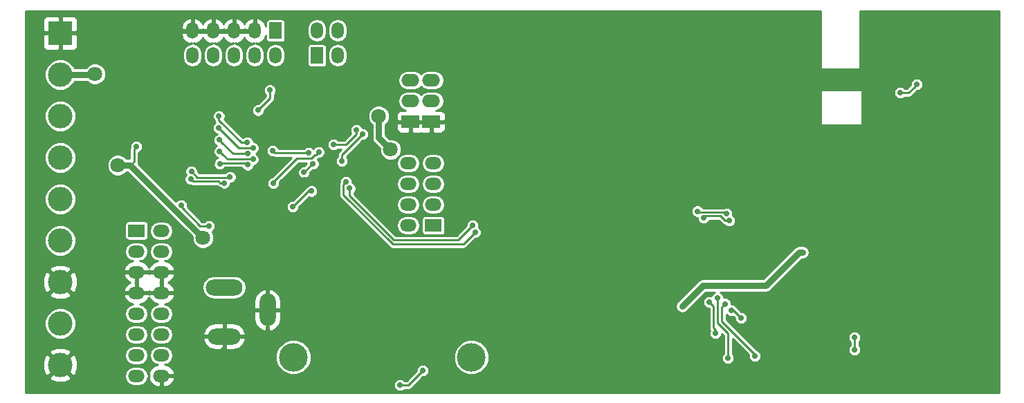
<source format=gbr>
G04 #@! TF.FileFunction,Copper,L2,Bot,Signal*
%FSLAX46Y46*%
G04 Gerber Fmt 4.6, Leading zero omitted, Abs format (unit mm)*
G04 Created by KiCad (PCBNEW (2015-05-11 BZR 5650)-product) date Tue 12 May 2015 11:44:45 AM CEST*
%MOMM*%
G01*
G04 APERTURE LIST*
%ADD10C,0.100000*%
%ADD11R,1.998980X1.524000*%
%ADD12O,1.998980X1.524000*%
%ADD13R,2.199640X1.524000*%
%ADD14O,2.199640X1.524000*%
%ADD15C,3.500120*%
%ADD16O,1.998980X4.000500*%
%ADD17O,4.000500X1.998980*%
%ADD18O,4.500880X1.998980*%
%ADD19R,2.999740X2.999740*%
%ADD20C,2.999740*%
%ADD21R,1.524000X1.998980*%
%ADD22O,1.524000X1.998980*%
%ADD23C,0.700000*%
%ADD24C,1.800000*%
%ADD25C,0.600000*%
%ADD26C,0.254000*%
%ADD27C,0.800000*%
G04 APERTURE END LIST*
D10*
D11*
X78491080Y-114681000D03*
D12*
X81528920Y-114681000D03*
X78491080Y-117221000D03*
X81528920Y-117221000D03*
X78491080Y-119761000D03*
X81528920Y-119761000D03*
X78491080Y-122301000D03*
X81528920Y-122301000D03*
X78491080Y-124841000D03*
X81528920Y-124841000D03*
X78491080Y-127381000D03*
X81528920Y-127381000D03*
X78491080Y-129921000D03*
X81528920Y-129921000D03*
X78491080Y-132461000D03*
X81528920Y-132461000D03*
D13*
X112014000Y-101346000D03*
D14*
X112014000Y-98806000D03*
X112014000Y-96266000D03*
D15*
X97701100Y-130175000D03*
X119468900Y-130175000D03*
D16*
X94518480Y-124388880D03*
D17*
X89217500Y-127640080D03*
D18*
X89217500Y-121638060D03*
D19*
X69151500Y-90487500D03*
D20*
X69151500Y-105727500D03*
X69151500Y-110807500D03*
X69151500Y-115887500D03*
X69151500Y-120967500D03*
X69151500Y-126047500D03*
X69151500Y-131127500D03*
X69151500Y-100647500D03*
X69151500Y-95567500D03*
D13*
X114554000Y-101346000D03*
D14*
X114554000Y-98806000D03*
X114554000Y-96266000D03*
D21*
X95504000Y-90175080D03*
D22*
X95504000Y-93212920D03*
X92964000Y-90175080D03*
X92964000Y-93212920D03*
X90424000Y-90175080D03*
X90424000Y-93212920D03*
X87884000Y-90175080D03*
X87884000Y-93212920D03*
X85344000Y-90175080D03*
X85344000Y-93212920D03*
D21*
X100584000Y-93212920D03*
D22*
X100584000Y-90175080D03*
X103124000Y-93212920D03*
X103124000Y-90175080D03*
D11*
X114802920Y-114046000D03*
D12*
X111765080Y-114046000D03*
X114802920Y-111506000D03*
X111765080Y-111506000D03*
X114802920Y-108966000D03*
X111765080Y-108966000D03*
X114802920Y-106426000D03*
X111765080Y-106426000D03*
D23*
X78486000Y-104394000D03*
D24*
X73406000Y-95504000D03*
X76200000Y-106680004D03*
X86614000Y-115570000D03*
D23*
X113538000Y-131826000D03*
X166370000Y-129286000D03*
X166370000Y-127762000D03*
X110744000Y-133603990D03*
X92295980Y-108966000D03*
X175260000Y-111506000D03*
X175260000Y-105410000D03*
X172701119Y-93616225D03*
X167640000Y-121158000D03*
X80264000Y-104394000D03*
X149098000Y-97536000D03*
D24*
X122936000Y-118364000D03*
D23*
X119380000Y-104648000D03*
X82550000Y-98044000D03*
X75502630Y-109538630D03*
X76233194Y-102182565D03*
X160528000Y-125222000D03*
X160528000Y-129286000D03*
X152908000Y-115824000D03*
X155956000Y-118618000D03*
X166624000Y-96520000D03*
X165608000Y-96520000D03*
X163576000Y-96520000D03*
X162560000Y-96520000D03*
X161544000Y-96520000D03*
X160528000Y-96520000D03*
X159512000Y-96520000D03*
D24*
X140716000Y-121158000D03*
X139192000Y-133096000D03*
X107492800Y-127711200D03*
X113131600Y-126492000D03*
D23*
X98553130Y-100582870D03*
X94615000Y-113538000D03*
X83820000Y-96146990D03*
X80772000Y-88773000D03*
X168656000Y-89662000D03*
X169926000Y-89662000D03*
X171196000Y-89662000D03*
X131318000Y-113291050D03*
X128016000Y-113792000D03*
X107950000Y-112522000D03*
X109474000Y-114046000D03*
X107188000Y-115062000D03*
X105664000Y-113538000D03*
X104013000Y-113157000D03*
X102616000Y-109474000D03*
X107188000Y-105410000D03*
X99060000Y-108458000D03*
X99611582Y-103915038D03*
X94825820Y-97482660D03*
X93355160Y-99938840D03*
X149352000Y-127254000D03*
X148590000Y-123444000D03*
D24*
X109575600Y-104749600D03*
X108121102Y-100666898D03*
D23*
X160020000Y-117348000D03*
X147840545Y-121399455D03*
D25*
X145288000Y-123952000D03*
D23*
X83982560Y-111556800D03*
X87370920Y-114129820D03*
X97599500Y-111760000D03*
X99910381Y-109835047D03*
X147126960Y-112308640D03*
X150675708Y-112600009D03*
X152462120Y-125392180D03*
X151287480Y-124454920D03*
X147866100Y-113131600D03*
X151008080Y-113469422D03*
X173990000Y-96774000D03*
X171958000Y-97790000D03*
X106172000Y-102870000D03*
X103632004Y-106172000D03*
X98980284Y-107543697D03*
X100092638Y-106479905D03*
X92732375Y-104565147D03*
X88562180Y-102102920D03*
X92062965Y-105262498D03*
X88607900Y-103578660D03*
X92743264Y-105950137D03*
X88653620Y-104990900D03*
X89923620Y-108107480D03*
X85199220Y-107414060D03*
X89240693Y-108842920D03*
X85120480Y-108376720D03*
X150876000Y-130302000D03*
X149606000Y-122936000D03*
X119918610Y-114899826D03*
X104140000Y-108712000D03*
X154178000Y-130048000D03*
X150522940Y-123654820D03*
X119634000Y-114045994D03*
X104576837Y-109498889D03*
X100789233Y-105071020D03*
X95242389Y-108865066D03*
X92075000Y-106616521D03*
X88681560Y-106479340D03*
X105410000Y-102362000D03*
X102616000Y-104140000D03*
X99568000Y-105156000D03*
X95148741Y-104876258D03*
X92048444Y-103888127D03*
X88572340Y-100634800D03*
D26*
X78486000Y-104394000D02*
X78186001Y-104693999D01*
X78186001Y-104693999D02*
X78186001Y-106218007D01*
X78186001Y-106218007D02*
X77724004Y-106680004D01*
D27*
X73342500Y-95567500D02*
X73406000Y-95504000D01*
X69151500Y-95567500D02*
X73342500Y-95567500D01*
X77724004Y-106680004D02*
X77472792Y-106680004D01*
X77472792Y-106680004D02*
X76200000Y-106680004D01*
X86614000Y-115570000D02*
X77724004Y-106680004D01*
D26*
X166370000Y-127762000D02*
X166370000Y-129286000D01*
X111168264Y-133603990D02*
X110744000Y-133603990D01*
X113538000Y-131826000D02*
X111760010Y-133603990D01*
X111760010Y-133603990D02*
X111168264Y-133603990D01*
X85344000Y-90424000D02*
X82423000Y-90424000D01*
X82423000Y-90424000D02*
X80772000Y-88773000D01*
X92964000Y-90424000D02*
X85344000Y-90424000D01*
X92964000Y-90424000D02*
X87884000Y-90424000D01*
X92964000Y-90424000D02*
X90424000Y-90424000D01*
X81280000Y-132461000D02*
X85650070Y-132461000D01*
X85650070Y-132461000D02*
X89217500Y-128893570D01*
X89217500Y-128893570D02*
X89217500Y-127640080D01*
X155956000Y-118364000D02*
X155956000Y-118618000D01*
X83820000Y-96146990D02*
X83820000Y-96266000D01*
X80772000Y-88773000D02*
X81071999Y-89072999D01*
X109474000Y-114046000D02*
X107950000Y-112522000D01*
X105664000Y-113538000D02*
X107188000Y-115062000D01*
X102108000Y-109982000D02*
X102616000Y-109474000D01*
X102532264Y-109474000D02*
X102616000Y-109474000D01*
X102362000Y-109644264D02*
X102532264Y-109474000D01*
X107188000Y-105664000D02*
X107188000Y-105410000D01*
X99568000Y-103632000D02*
X99611582Y-103675582D01*
X99611582Y-103675582D02*
X99611582Y-103915038D01*
X94825820Y-97906924D02*
X94825820Y-97482660D01*
X94825820Y-98468180D02*
X94825820Y-97906924D01*
X93355160Y-99938840D02*
X94825820Y-98468180D01*
X149352000Y-126829736D02*
X149352000Y-127254000D01*
X149098000Y-126575736D02*
X149352000Y-126829736D01*
X149098000Y-123952000D02*
X149098000Y-126575736D01*
X148590000Y-123444000D02*
X149098000Y-123952000D01*
X148889999Y-123743999D02*
X148590000Y-123444000D01*
X149098000Y-123952000D02*
X148889999Y-123743999D01*
X149098000Y-125476000D02*
X149098000Y-123952000D01*
D27*
X108675601Y-103849601D02*
X109575600Y-104749600D01*
X108121102Y-100666898D02*
X108121102Y-103295102D01*
X108121102Y-103295102D02*
X108675601Y-103849601D01*
X147840545Y-121399455D02*
X147853090Y-121412000D01*
X147853090Y-121412000D02*
X155531736Y-121412000D01*
X155531736Y-121412000D02*
X159595736Y-117348000D01*
X159595736Y-117348000D02*
X160020000Y-117348000D01*
X145288000Y-123952000D02*
X147840545Y-121399455D01*
D26*
X87370920Y-114129820D02*
X86288880Y-114129820D01*
X86288880Y-114129820D02*
X84028280Y-111869220D01*
X84028280Y-111869220D02*
X84028280Y-111602520D01*
X84028280Y-111602520D02*
X83982560Y-111556800D01*
X99595020Y-109835047D02*
X99910381Y-109835047D01*
X97599500Y-111760000D02*
X99524453Y-109835047D01*
X99524453Y-109835047D02*
X99595020Y-109835047D01*
X150513879Y-112438180D02*
X150675708Y-112600009D01*
X147256500Y-112438180D02*
X150513879Y-112438180D01*
X147126960Y-112308640D02*
X147256500Y-112438180D01*
X152462120Y-125392180D02*
X151524860Y-124454920D01*
X151524860Y-124454920D02*
X151287480Y-124454920D01*
X150533428Y-113469422D02*
X151008080Y-113469422D01*
X149956846Y-112892840D02*
X150533428Y-113469422D01*
X148104860Y-112892840D02*
X149956846Y-112892840D01*
X147866100Y-113131600D02*
X148104860Y-112892840D01*
X173690001Y-97073999D02*
X173990000Y-96774000D01*
X172974000Y-97790000D02*
X173690001Y-97073999D01*
X171958000Y-97790000D02*
X172974000Y-97790000D01*
X103632004Y-105409996D02*
X106172000Y-102870000D01*
X103632004Y-106172000D02*
X103632004Y-105409996D01*
X100044076Y-106479905D02*
X100092638Y-106479905D01*
X98980284Y-107543697D02*
X100044076Y-106479905D01*
X88862179Y-102402919D02*
X88562180Y-102102920D01*
X92732375Y-104565147D02*
X91024407Y-104565147D01*
X91024407Y-104565147D02*
X88862179Y-102402919D01*
X92062965Y-105262498D02*
X90291738Y-105262498D01*
X90291738Y-105262498D02*
X88907899Y-103878659D01*
X88907899Y-103878659D02*
X88607900Y-103578660D01*
X89003619Y-105340899D02*
X88653620Y-104990900D01*
X92743264Y-105950137D02*
X92248290Y-105950137D01*
X92248290Y-105950137D02*
X92237652Y-105939499D01*
X92237652Y-105939499D02*
X89602219Y-105939499D01*
X89602219Y-105939499D02*
X89003619Y-105340899D01*
X85199220Y-107414060D02*
X85951060Y-108165900D01*
X85951060Y-108165900D02*
X89865200Y-108165900D01*
X89865200Y-108165900D02*
X89923620Y-108107480D01*
X85120480Y-108376720D02*
X85382100Y-108638340D01*
X85382100Y-108638340D02*
X88541139Y-108638340D01*
X88541139Y-108638340D02*
X88745719Y-108842920D01*
X88745719Y-108842920D02*
X89240693Y-108842920D01*
X149606000Y-122936000D02*
X149606000Y-125984000D01*
X149606000Y-125984000D02*
X150876000Y-127254000D01*
X150876000Y-127254000D02*
X150876000Y-130302000D01*
X119918610Y-114899826D02*
X118486436Y-116332000D01*
X109847933Y-116332000D02*
X103790001Y-110274068D01*
X118486436Y-116332000D02*
X109847933Y-116332000D01*
X103790001Y-110274068D02*
X103790001Y-109061999D01*
X103790001Y-109061999D02*
X104140000Y-108712000D01*
X150487380Y-123654820D02*
X150522940Y-123654820D01*
X150098760Y-124043440D02*
X150487380Y-123654820D01*
X150098760Y-125768100D02*
X150098760Y-124043440D01*
X154178000Y-129847340D02*
X150098760Y-125768100D01*
X154178000Y-130048000D02*
X154178000Y-129847340D01*
X109982000Y-115824000D02*
X104576837Y-110418837D01*
X119634000Y-114045994D02*
X117855994Y-115824000D01*
X104576837Y-110418837D02*
X104576837Y-109993863D01*
X117855994Y-115824000D02*
X109982000Y-115824000D01*
X104576837Y-109993863D02*
X104576837Y-109498889D01*
X95250000Y-108712008D02*
X95242389Y-108719619D01*
X100304943Y-105421019D02*
X99892961Y-105833001D01*
X100789233Y-105071020D02*
X100439234Y-105421019D01*
X98129007Y-105833001D02*
X95250000Y-108712008D01*
X95242389Y-108719619D02*
X95242389Y-108865066D01*
X100439234Y-105421019D02*
X100304943Y-105421019D01*
X99892961Y-105833001D02*
X98129007Y-105833001D01*
X88760300Y-106400600D02*
X88681560Y-106479340D01*
X91859079Y-106400600D02*
X88760300Y-106400600D01*
X92075000Y-106616521D02*
X91859079Y-106400600D01*
X103632000Y-104140000D02*
X102616000Y-104140000D01*
X104140000Y-104140000D02*
X103632000Y-104140000D01*
X105410000Y-102870000D02*
X104140000Y-104140000D01*
X105410000Y-102362000D02*
X105410000Y-102870000D01*
X99568000Y-105156000D02*
X95428483Y-105156000D01*
X95428483Y-105156000D02*
X95148741Y-104876258D01*
X88572340Y-101127560D02*
X88572340Y-100634800D01*
X91332907Y-103888127D02*
X88572340Y-101127560D01*
X92048444Y-103888127D02*
X91332907Y-103888127D01*
G36*
X94534240Y-125418042D02*
X94532528Y-125423760D01*
X94494113Y-125427687D01*
X94497640Y-125409960D01*
X94497640Y-123469918D01*
X94504364Y-123455474D01*
X94506180Y-123448028D01*
X94507905Y-123461024D01*
X94534240Y-123538346D01*
X94534240Y-125418042D01*
X94534240Y-125418042D01*
G37*
X94534240Y-125418042D02*
X94532528Y-125423760D01*
X94494113Y-125427687D01*
X94497640Y-125409960D01*
X94497640Y-123469918D01*
X94504364Y-123455474D01*
X94506180Y-123448028D01*
X94507905Y-123461024D01*
X94534240Y-123538346D01*
X94534240Y-125418042D01*
G36*
X184023000Y-134493000D02*
X174767134Y-134493000D01*
X174767134Y-96620123D01*
X174649092Y-96334440D01*
X174430710Y-96115676D01*
X174145233Y-95997135D01*
X173836123Y-95996866D01*
X173550440Y-96114908D01*
X173331676Y-96333290D01*
X173213135Y-96618767D01*
X173213005Y-96767520D01*
X172744526Y-97236000D01*
X172502851Y-97236000D01*
X172398710Y-97131676D01*
X172113233Y-97013135D01*
X171804123Y-97012866D01*
X171518440Y-97130908D01*
X171299676Y-97349290D01*
X171181135Y-97634767D01*
X171180866Y-97943877D01*
X171298908Y-98229560D01*
X171517290Y-98448324D01*
X171802767Y-98566865D01*
X172111877Y-98567134D01*
X172397560Y-98449092D01*
X172502835Y-98344000D01*
X172974000Y-98344000D01*
X173186006Y-98301829D01*
X173186007Y-98301829D01*
X173365737Y-98181737D01*
X173996468Y-97551005D01*
X174143877Y-97551134D01*
X174429560Y-97433092D01*
X174648324Y-97214710D01*
X174766865Y-96929233D01*
X174767134Y-96620123D01*
X174767134Y-134493000D01*
X167259000Y-134493000D01*
X167259000Y-101727000D01*
X167259000Y-97409000D01*
X162179000Y-97409000D01*
X162179000Y-101727000D01*
X167259000Y-101727000D01*
X167259000Y-134493000D01*
X167147134Y-134493000D01*
X167147134Y-129132123D01*
X167029092Y-128846440D01*
X166924000Y-128741164D01*
X166924000Y-128306851D01*
X167028324Y-128202710D01*
X167146865Y-127917233D01*
X167147134Y-127608123D01*
X167029092Y-127322440D01*
X166810710Y-127103676D01*
X166525233Y-126985135D01*
X166216123Y-126984866D01*
X165930440Y-127102908D01*
X165711676Y-127321290D01*
X165593135Y-127606767D01*
X165592866Y-127915877D01*
X165710908Y-128201560D01*
X165816000Y-128306835D01*
X165816000Y-128741148D01*
X165711676Y-128845290D01*
X165593135Y-129130767D01*
X165592866Y-129439877D01*
X165710908Y-129725560D01*
X165929290Y-129944324D01*
X166214767Y-130062865D01*
X166523877Y-130063134D01*
X166809560Y-129945092D01*
X167028324Y-129726710D01*
X167146865Y-129441233D01*
X167147134Y-129132123D01*
X167147134Y-134493000D01*
X160847000Y-134493000D01*
X160847000Y-117348000D01*
X160784048Y-117031521D01*
X160604777Y-116763223D01*
X160336479Y-116583952D01*
X160020000Y-116521000D01*
X159595736Y-116521000D01*
X159279257Y-116583952D01*
X159010959Y-116763223D01*
X155189182Y-120585000D01*
X151785214Y-120585000D01*
X151785214Y-113315545D01*
X151667172Y-113029862D01*
X151448790Y-112811098D01*
X151432234Y-112804223D01*
X151452573Y-112755242D01*
X151452842Y-112446132D01*
X151334800Y-112160449D01*
X151116418Y-111941685D01*
X150830941Y-111823144D01*
X150521831Y-111822875D01*
X150373461Y-111884180D01*
X147792291Y-111884180D01*
X147786052Y-111869080D01*
X147567670Y-111650316D01*
X147282193Y-111531775D01*
X146973083Y-111531506D01*
X146687400Y-111649548D01*
X146468636Y-111867930D01*
X146350095Y-112153407D01*
X146349826Y-112462517D01*
X146467868Y-112748200D01*
X146686250Y-112966964D01*
X146971727Y-113085505D01*
X147089139Y-113085607D01*
X147088966Y-113285477D01*
X147207008Y-113571160D01*
X147425390Y-113789924D01*
X147710867Y-113908465D01*
X148019977Y-113908734D01*
X148305660Y-113790692D01*
X148524424Y-113572310D01*
X148576523Y-113446840D01*
X149727372Y-113446840D01*
X150141691Y-113861159D01*
X150321421Y-113981251D01*
X150321422Y-113981251D01*
X150445835Y-114005998D01*
X150567370Y-114127746D01*
X150852847Y-114246287D01*
X151161957Y-114246556D01*
X151447640Y-114128514D01*
X151666404Y-113910132D01*
X151784945Y-113624655D01*
X151785214Y-113315545D01*
X151785214Y-120585000D01*
X147903612Y-120585000D01*
X147840545Y-120572455D01*
X147524066Y-120635407D01*
X147255768Y-120814678D01*
X144703223Y-123367223D01*
X144523952Y-123635521D01*
X144461000Y-123952000D01*
X144523952Y-124268479D01*
X144703223Y-124536777D01*
X144971521Y-124716048D01*
X145288000Y-124779000D01*
X145604479Y-124716048D01*
X145872777Y-124536777D01*
X148170554Y-122239000D01*
X149258184Y-122239000D01*
X149166440Y-122276908D01*
X148947676Y-122495290D01*
X148857041Y-122713562D01*
X148745233Y-122667135D01*
X148436123Y-122666866D01*
X148150440Y-122784908D01*
X147931676Y-123003290D01*
X147813135Y-123288767D01*
X147812866Y-123597877D01*
X147930908Y-123883560D01*
X148149290Y-124102324D01*
X148434767Y-124220865D01*
X148544000Y-124220960D01*
X148544000Y-125476000D01*
X148544000Y-126575736D01*
X148586171Y-126787743D01*
X148659015Y-126896761D01*
X148575135Y-127098767D01*
X148574866Y-127407877D01*
X148692908Y-127693560D01*
X148911290Y-127912324D01*
X149196767Y-128030865D01*
X149505877Y-128031134D01*
X149791560Y-127913092D01*
X150010324Y-127694710D01*
X150128865Y-127409233D01*
X150128968Y-127290442D01*
X150322000Y-127483474D01*
X150322000Y-129757148D01*
X150217676Y-129861290D01*
X150099135Y-130146767D01*
X150098866Y-130455877D01*
X150216908Y-130741560D01*
X150435290Y-130960324D01*
X150720767Y-131078865D01*
X151029877Y-131079134D01*
X151315560Y-130961092D01*
X151534324Y-130742710D01*
X151652865Y-130457233D01*
X151653134Y-130148123D01*
X151535092Y-129862440D01*
X151430000Y-129757164D01*
X151430000Y-127882814D01*
X153412524Y-129865338D01*
X153401135Y-129892767D01*
X153400866Y-130201877D01*
X153518908Y-130487560D01*
X153737290Y-130706324D01*
X154022767Y-130824865D01*
X154331877Y-130825134D01*
X154617560Y-130707092D01*
X154836324Y-130488710D01*
X154954865Y-130203233D01*
X154955134Y-129894123D01*
X154837092Y-129608440D01*
X154618710Y-129389676D01*
X154422219Y-129308085D01*
X150652760Y-125538626D01*
X150652760Y-124918894D01*
X150846770Y-125113244D01*
X151132247Y-125231785D01*
X151441357Y-125232054D01*
X151495958Y-125209492D01*
X151685114Y-125398648D01*
X151684986Y-125546057D01*
X151803028Y-125831740D01*
X152021410Y-126050504D01*
X152306887Y-126169045D01*
X152615997Y-126169314D01*
X152901680Y-126051272D01*
X153120444Y-125832890D01*
X153238985Y-125547413D01*
X153239254Y-125238303D01*
X153121212Y-124952620D01*
X152902830Y-124733856D01*
X152617353Y-124615315D01*
X152468599Y-124615185D01*
X152001352Y-124147938D01*
X151946572Y-124015360D01*
X151728190Y-123796596D01*
X151442713Y-123678055D01*
X151299919Y-123677930D01*
X151300074Y-123500943D01*
X151182032Y-123215260D01*
X150963650Y-122996496D01*
X150678173Y-122877955D01*
X150383050Y-122877698D01*
X150383134Y-122782123D01*
X150265092Y-122496440D01*
X150046710Y-122277676D01*
X149953568Y-122239000D01*
X155531736Y-122239000D01*
X155848215Y-122176048D01*
X156116513Y-121996777D01*
X159938290Y-118175000D01*
X160020000Y-118175000D01*
X160336479Y-118112048D01*
X160604777Y-117932777D01*
X160784048Y-117664479D01*
X160847000Y-117348000D01*
X160847000Y-134493000D01*
X121646337Y-134493000D01*
X121646337Y-129743856D01*
X121315598Y-128943406D01*
X120703715Y-128330455D01*
X120695744Y-128327145D01*
X120695744Y-114745949D01*
X120577702Y-114460266D01*
X120383911Y-114266136D01*
X120410865Y-114201227D01*
X120411134Y-113892117D01*
X120293092Y-113606434D01*
X120074710Y-113387670D01*
X119789233Y-113269129D01*
X119480123Y-113268860D01*
X119194440Y-113386902D01*
X118975676Y-113605284D01*
X118857135Y-113890761D01*
X118857005Y-114039514D01*
X117626520Y-115270000D01*
X116288820Y-115270000D01*
X116288820Y-102234309D01*
X116288820Y-101631750D01*
X116288820Y-101060250D01*
X116288820Y-100457691D01*
X116192147Y-100224302D01*
X116013519Y-100045673D01*
X115780130Y-99949000D01*
X115527511Y-99949000D01*
X115152990Y-99949000D01*
X115376743Y-99904493D01*
X115762482Y-99646750D01*
X116020225Y-99261011D01*
X116110732Y-98806000D01*
X116110732Y-96266000D01*
X116020225Y-95810989D01*
X115762482Y-95425250D01*
X115376743Y-95167507D01*
X114921732Y-95077000D01*
X114186268Y-95077000D01*
X113731257Y-95167507D01*
X113345518Y-95425250D01*
X113284000Y-95517318D01*
X113222482Y-95425250D01*
X112836743Y-95167507D01*
X112381732Y-95077000D01*
X111646268Y-95077000D01*
X111191257Y-95167507D01*
X110805518Y-95425250D01*
X110547775Y-95810989D01*
X110457268Y-96266000D01*
X110547775Y-96721011D01*
X110805518Y-97106750D01*
X111191257Y-97364493D01*
X111646268Y-97455000D01*
X112381732Y-97455000D01*
X112836743Y-97364493D01*
X113222482Y-97106750D01*
X113284000Y-97014681D01*
X113345518Y-97106750D01*
X113731257Y-97364493D01*
X114186268Y-97455000D01*
X114921732Y-97455000D01*
X115376743Y-97364493D01*
X115762482Y-97106750D01*
X116020225Y-96721011D01*
X116110732Y-96266000D01*
X116110732Y-98806000D01*
X116020225Y-98350989D01*
X115762482Y-97965250D01*
X115376743Y-97707507D01*
X114921732Y-97617000D01*
X114186268Y-97617000D01*
X113731257Y-97707507D01*
X113345518Y-97965250D01*
X113284000Y-98057318D01*
X113222482Y-97965250D01*
X112836743Y-97707507D01*
X112381732Y-97617000D01*
X111646268Y-97617000D01*
X111191257Y-97707507D01*
X110805518Y-97965250D01*
X110547775Y-98350989D01*
X110457268Y-98806000D01*
X110547775Y-99261011D01*
X110805518Y-99646750D01*
X111191257Y-99904493D01*
X111415009Y-99949000D01*
X111040489Y-99949000D01*
X110787870Y-99949000D01*
X110554481Y-100045673D01*
X110375853Y-100224302D01*
X110279180Y-100457691D01*
X110279180Y-101060250D01*
X110437930Y-101219000D01*
X111887000Y-101219000D01*
X111887000Y-101199000D01*
X112141000Y-101199000D01*
X112141000Y-101219000D01*
X112977930Y-101219000D01*
X113590070Y-101219000D01*
X114427000Y-101219000D01*
X114427000Y-101199000D01*
X114681000Y-101199000D01*
X114681000Y-101219000D01*
X116130070Y-101219000D01*
X116288820Y-101060250D01*
X116288820Y-101631750D01*
X116130070Y-101473000D01*
X114681000Y-101473000D01*
X114681000Y-102584250D01*
X114839750Y-102743000D01*
X115527511Y-102743000D01*
X115780130Y-102743000D01*
X116013519Y-102646327D01*
X116192147Y-102467698D01*
X116288820Y-102234309D01*
X116288820Y-115270000D01*
X116257357Y-115270000D01*
X116257357Y-111506000D01*
X116257357Y-108966000D01*
X116257357Y-106426000D01*
X116166850Y-105970989D01*
X115909107Y-105585250D01*
X115523368Y-105327507D01*
X115068357Y-105237000D01*
X114537483Y-105237000D01*
X114427000Y-105258976D01*
X114427000Y-102584250D01*
X114427000Y-101473000D01*
X113590070Y-101473000D01*
X112977930Y-101473000D01*
X112141000Y-101473000D01*
X112141000Y-102584250D01*
X112299750Y-102743000D01*
X112987511Y-102743000D01*
X113240130Y-102743000D01*
X113284000Y-102724828D01*
X113327870Y-102743000D01*
X113580489Y-102743000D01*
X114268250Y-102743000D01*
X114427000Y-102584250D01*
X114427000Y-105258976D01*
X114082472Y-105327507D01*
X113696733Y-105585250D01*
X113438990Y-105970989D01*
X113348483Y-106426000D01*
X113438990Y-106881011D01*
X113696733Y-107266750D01*
X114082472Y-107524493D01*
X114537483Y-107615000D01*
X115068357Y-107615000D01*
X115523368Y-107524493D01*
X115909107Y-107266750D01*
X116166850Y-106881011D01*
X116257357Y-106426000D01*
X116257357Y-108966000D01*
X116166850Y-108510989D01*
X115909107Y-108125250D01*
X115523368Y-107867507D01*
X115068357Y-107777000D01*
X114537483Y-107777000D01*
X114082472Y-107867507D01*
X113696733Y-108125250D01*
X113438990Y-108510989D01*
X113348483Y-108966000D01*
X113438990Y-109421011D01*
X113696733Y-109806750D01*
X114082472Y-110064493D01*
X114537483Y-110155000D01*
X115068357Y-110155000D01*
X115523368Y-110064493D01*
X115909107Y-109806750D01*
X116166850Y-109421011D01*
X116257357Y-108966000D01*
X116257357Y-111506000D01*
X116166850Y-111050989D01*
X115909107Y-110665250D01*
X115523368Y-110407507D01*
X115068357Y-110317000D01*
X114537483Y-110317000D01*
X114082472Y-110407507D01*
X113696733Y-110665250D01*
X113438990Y-111050989D01*
X113348483Y-111506000D01*
X113438990Y-111961011D01*
X113696733Y-112346750D01*
X114082472Y-112604493D01*
X114537483Y-112695000D01*
X115068357Y-112695000D01*
X115523368Y-112604493D01*
X115909107Y-112346750D01*
X116166850Y-111961011D01*
X116257357Y-111506000D01*
X116257357Y-115270000D01*
X116237775Y-115270000D01*
X116237775Y-114808000D01*
X116237775Y-113284000D01*
X116206186Y-113121186D01*
X116112186Y-112978088D01*
X115970278Y-112882300D01*
X115802410Y-112848635D01*
X113803430Y-112848635D01*
X113640616Y-112880224D01*
X113497518Y-112974224D01*
X113401730Y-113116132D01*
X113368065Y-113284000D01*
X113368065Y-114808000D01*
X113399654Y-114970814D01*
X113493654Y-115113912D01*
X113635562Y-115209700D01*
X113803430Y-115243365D01*
X115802410Y-115243365D01*
X115965224Y-115211776D01*
X116108322Y-115117776D01*
X116204110Y-114975868D01*
X116237775Y-114808000D01*
X116237775Y-115270000D01*
X113219517Y-115270000D01*
X113219517Y-114046000D01*
X113219517Y-111506000D01*
X113219517Y-108966000D01*
X113219517Y-106426000D01*
X113129010Y-105970989D01*
X112871267Y-105585250D01*
X112485528Y-105327507D01*
X112030517Y-105237000D01*
X111887000Y-105237000D01*
X111887000Y-102584250D01*
X111887000Y-101473000D01*
X110437930Y-101473000D01*
X110279180Y-101631750D01*
X110279180Y-102234309D01*
X110375853Y-102467698D01*
X110554481Y-102646327D01*
X110787870Y-102743000D01*
X111040489Y-102743000D01*
X111728250Y-102743000D01*
X111887000Y-102584250D01*
X111887000Y-105237000D01*
X111499643Y-105237000D01*
X111044632Y-105327507D01*
X110902829Y-105422256D01*
X110902829Y-104486802D01*
X110701231Y-103998897D01*
X110328266Y-103625281D01*
X109840715Y-103422831D01*
X109418016Y-103422462D01*
X109260378Y-103264824D01*
X108948102Y-102952548D01*
X108948102Y-101716364D01*
X109245421Y-101419564D01*
X109447871Y-100932013D01*
X109448331Y-100404100D01*
X109246733Y-99916195D01*
X108873768Y-99542579D01*
X108386217Y-99340129D01*
X107858304Y-99339669D01*
X107370399Y-99541267D01*
X106996783Y-99914232D01*
X106794333Y-100401783D01*
X106793873Y-100929696D01*
X106995471Y-101417601D01*
X107294102Y-101716753D01*
X107294102Y-103295102D01*
X107357054Y-103611581D01*
X107536325Y-103879879D01*
X108090824Y-104434378D01*
X108248737Y-104592291D01*
X108248371Y-105012398D01*
X108449969Y-105500303D01*
X108822934Y-105873919D01*
X109310485Y-106076369D01*
X109838398Y-106076829D01*
X110326303Y-105875231D01*
X110699919Y-105502266D01*
X110902369Y-105014715D01*
X110902829Y-104486802D01*
X110902829Y-105422256D01*
X110658893Y-105585250D01*
X110401150Y-105970989D01*
X110310643Y-106426000D01*
X110401150Y-106881011D01*
X110658893Y-107266750D01*
X111044632Y-107524493D01*
X111499643Y-107615000D01*
X112030517Y-107615000D01*
X112485528Y-107524493D01*
X112871267Y-107266750D01*
X113129010Y-106881011D01*
X113219517Y-106426000D01*
X113219517Y-108966000D01*
X113129010Y-108510989D01*
X112871267Y-108125250D01*
X112485528Y-107867507D01*
X112030517Y-107777000D01*
X111499643Y-107777000D01*
X111044632Y-107867507D01*
X110658893Y-108125250D01*
X110401150Y-108510989D01*
X110310643Y-108966000D01*
X110401150Y-109421011D01*
X110658893Y-109806750D01*
X111044632Y-110064493D01*
X111499643Y-110155000D01*
X112030517Y-110155000D01*
X112485528Y-110064493D01*
X112871267Y-109806750D01*
X113129010Y-109421011D01*
X113219517Y-108966000D01*
X113219517Y-111506000D01*
X113129010Y-111050989D01*
X112871267Y-110665250D01*
X112485528Y-110407507D01*
X112030517Y-110317000D01*
X111499643Y-110317000D01*
X111044632Y-110407507D01*
X110658893Y-110665250D01*
X110401150Y-111050989D01*
X110310643Y-111506000D01*
X110401150Y-111961011D01*
X110658893Y-112346750D01*
X111044632Y-112604493D01*
X111499643Y-112695000D01*
X112030517Y-112695000D01*
X112485528Y-112604493D01*
X112871267Y-112346750D01*
X113129010Y-111961011D01*
X113219517Y-111506000D01*
X113219517Y-114046000D01*
X113129010Y-113590989D01*
X112871267Y-113205250D01*
X112485528Y-112947507D01*
X112030517Y-112857000D01*
X111499643Y-112857000D01*
X111044632Y-112947507D01*
X110658893Y-113205250D01*
X110401150Y-113590989D01*
X110310643Y-114046000D01*
X110401150Y-114501011D01*
X110658893Y-114886750D01*
X111044632Y-115144493D01*
X111499643Y-115235000D01*
X112030517Y-115235000D01*
X112485528Y-115144493D01*
X112871267Y-114886750D01*
X113129010Y-114501011D01*
X113219517Y-114046000D01*
X113219517Y-115270000D01*
X110211473Y-115270000D01*
X106949134Y-112007660D01*
X106949134Y-102716123D01*
X106831092Y-102430440D01*
X106612710Y-102211676D01*
X106327233Y-102093135D01*
X106139554Y-102092971D01*
X106069092Y-101922440D01*
X105850710Y-101703676D01*
X105565233Y-101585135D01*
X105256123Y-101584866D01*
X104970440Y-101702908D01*
X104751676Y-101921290D01*
X104633135Y-102206767D01*
X104632866Y-102515877D01*
X104734551Y-102761974D01*
X104313000Y-103183525D01*
X104313000Y-93478357D01*
X104313000Y-92947483D01*
X104313000Y-90440517D01*
X104313000Y-89909643D01*
X104222493Y-89454632D01*
X103964750Y-89068893D01*
X103579011Y-88811150D01*
X103124000Y-88720643D01*
X102668989Y-88811150D01*
X102283250Y-89068893D01*
X102025507Y-89454632D01*
X101935000Y-89909643D01*
X101935000Y-90440517D01*
X102025507Y-90895528D01*
X102283250Y-91281267D01*
X102668989Y-91539010D01*
X103124000Y-91629517D01*
X103579011Y-91539010D01*
X103964750Y-91281267D01*
X104222493Y-90895528D01*
X104313000Y-90440517D01*
X104313000Y-92947483D01*
X104222493Y-92492472D01*
X103964750Y-92106733D01*
X103579011Y-91848990D01*
X103124000Y-91758483D01*
X102668989Y-91848990D01*
X102283250Y-92106733D01*
X102025507Y-92492472D01*
X101935000Y-92947483D01*
X101935000Y-93478357D01*
X102025507Y-93933368D01*
X102283250Y-94319107D01*
X102668989Y-94576850D01*
X103124000Y-94667357D01*
X103579011Y-94576850D01*
X103964750Y-94319107D01*
X104222493Y-93933368D01*
X104313000Y-93478357D01*
X104313000Y-103183525D01*
X103910526Y-103586000D01*
X103632000Y-103586000D01*
X103160851Y-103586000D01*
X103056710Y-103481676D01*
X102771233Y-103363135D01*
X102462123Y-103362866D01*
X102176440Y-103480908D01*
X101957676Y-103699290D01*
X101839135Y-103984767D01*
X101838866Y-104293877D01*
X101956908Y-104579560D01*
X102175290Y-104798324D01*
X102460767Y-104916865D01*
X102769877Y-104917134D01*
X103055560Y-104799092D01*
X103160835Y-104694000D01*
X103564526Y-104694000D01*
X103240267Y-105018259D01*
X103120175Y-105197989D01*
X103078004Y-105409996D01*
X103078004Y-105627148D01*
X102973680Y-105731290D01*
X102855139Y-106016767D01*
X102854870Y-106325877D01*
X102972912Y-106611560D01*
X103191294Y-106830324D01*
X103476771Y-106948865D01*
X103785881Y-106949134D01*
X104071564Y-106831092D01*
X104290328Y-106612710D01*
X104408869Y-106327233D01*
X104409138Y-106018123D01*
X104291096Y-105732440D01*
X104192151Y-105633322D01*
X106178468Y-103647005D01*
X106325877Y-103647134D01*
X106611560Y-103529092D01*
X106830324Y-103310710D01*
X106948865Y-103025233D01*
X106949134Y-102716123D01*
X106949134Y-112007660D01*
X105130837Y-110189363D01*
X105130837Y-110043740D01*
X105235161Y-109939599D01*
X105353702Y-109654122D01*
X105353971Y-109345012D01*
X105235929Y-109059329D01*
X105017547Y-108840565D01*
X104916924Y-108798782D01*
X104917134Y-108558123D01*
X104799092Y-108272440D01*
X104580710Y-108053676D01*
X104295233Y-107935135D01*
X103986123Y-107934866D01*
X103700440Y-108052908D01*
X103481676Y-108271290D01*
X103363135Y-108556767D01*
X103362990Y-108723052D01*
X103362990Y-108723053D01*
X103278172Y-108849992D01*
X103236001Y-109061999D01*
X103236001Y-110274068D01*
X103278172Y-110486075D01*
X103398264Y-110665805D01*
X109456196Y-116723737D01*
X109635926Y-116843829D01*
X109635927Y-116843830D01*
X109847933Y-116886000D01*
X118486436Y-116886000D01*
X118698442Y-116843829D01*
X118698443Y-116843829D01*
X118878173Y-116723737D01*
X119925078Y-115676831D01*
X120072487Y-115676960D01*
X120358170Y-115558918D01*
X120576934Y-115340536D01*
X120695475Y-115055059D01*
X120695744Y-114745949D01*
X120695744Y-128327145D01*
X119903844Y-127998319D01*
X119037756Y-127997563D01*
X118237306Y-128328302D01*
X117624355Y-128940185D01*
X117292219Y-129740056D01*
X117291463Y-130606144D01*
X117622202Y-131406594D01*
X118234085Y-132019545D01*
X119033956Y-132351681D01*
X119900044Y-132352437D01*
X120700494Y-132021698D01*
X121313445Y-131409815D01*
X121645581Y-130609944D01*
X121646337Y-129743856D01*
X121646337Y-134493000D01*
X114315134Y-134493000D01*
X114315134Y-131672123D01*
X114197092Y-131386440D01*
X113978710Y-131167676D01*
X113693233Y-131049135D01*
X113384123Y-131048866D01*
X113098440Y-131166908D01*
X112879676Y-131385290D01*
X112761135Y-131670767D01*
X112761005Y-131819520D01*
X111530536Y-133049990D01*
X111288851Y-133049990D01*
X111184710Y-132945666D01*
X110899233Y-132827125D01*
X110590123Y-132826856D01*
X110304440Y-132944898D01*
X110085676Y-133163280D01*
X109967135Y-133448757D01*
X109966866Y-133757867D01*
X110084908Y-134043550D01*
X110303290Y-134262314D01*
X110588767Y-134380855D01*
X110897877Y-134381124D01*
X111183560Y-134263082D01*
X111288835Y-134157990D01*
X111760010Y-134157990D01*
X111972016Y-134115819D01*
X111972017Y-134115819D01*
X112151747Y-133995727D01*
X113544468Y-132603005D01*
X113691877Y-132603134D01*
X113977560Y-132485092D01*
X114196324Y-132266710D01*
X114314865Y-131981233D01*
X114315134Y-131672123D01*
X114315134Y-134493000D01*
X101781365Y-134493000D01*
X101781365Y-94212410D01*
X101781365Y-92213430D01*
X101773000Y-92170315D01*
X101773000Y-90440517D01*
X101773000Y-89909643D01*
X101682493Y-89454632D01*
X101424750Y-89068893D01*
X101039011Y-88811150D01*
X100584000Y-88720643D01*
X100128989Y-88811150D01*
X99743250Y-89068893D01*
X99485507Y-89454632D01*
X99395000Y-89909643D01*
X99395000Y-90440517D01*
X99485507Y-90895528D01*
X99743250Y-91281267D01*
X100128989Y-91539010D01*
X100584000Y-91629517D01*
X101039011Y-91539010D01*
X101424750Y-91281267D01*
X101682493Y-90895528D01*
X101773000Y-90440517D01*
X101773000Y-92170315D01*
X101749776Y-92050616D01*
X101655776Y-91907518D01*
X101513868Y-91811730D01*
X101346000Y-91778065D01*
X99822000Y-91778065D01*
X99659186Y-91809654D01*
X99516088Y-91903654D01*
X99420300Y-92045562D01*
X99386635Y-92213430D01*
X99386635Y-94212410D01*
X99418224Y-94375224D01*
X99512224Y-94518322D01*
X99654132Y-94614110D01*
X99822000Y-94647775D01*
X101346000Y-94647775D01*
X101508814Y-94616186D01*
X101651912Y-94522186D01*
X101747700Y-94380278D01*
X101781365Y-94212410D01*
X101781365Y-134493000D01*
X101566367Y-134493000D01*
X101566367Y-104917143D01*
X101448325Y-104631460D01*
X101229943Y-104412696D01*
X100944466Y-104294155D01*
X100635356Y-104293886D01*
X100349673Y-104411928D01*
X100136019Y-104625208D01*
X100008710Y-104497676D01*
X99723233Y-104379135D01*
X99414123Y-104378866D01*
X99128440Y-104496908D01*
X99023164Y-104602000D01*
X96701365Y-104602000D01*
X96701365Y-91174570D01*
X96701365Y-89175590D01*
X96669776Y-89012776D01*
X96575776Y-88869678D01*
X96433868Y-88773890D01*
X96266000Y-88740225D01*
X94742000Y-88740225D01*
X94579186Y-88771814D01*
X94436088Y-88865814D01*
X94340300Y-89007722D01*
X94306635Y-89175590D01*
X94306635Y-89616724D01*
X94217135Y-89299253D01*
X93877465Y-88868290D01*
X93398728Y-88600118D01*
X93307070Y-88583370D01*
X93091000Y-88705870D01*
X93091000Y-90048080D01*
X93111000Y-90048080D01*
X93111000Y-90302080D01*
X93091000Y-90302080D01*
X93091000Y-90322080D01*
X92837000Y-90322080D01*
X92837000Y-90302080D01*
X92837000Y-90048080D01*
X92837000Y-88705870D01*
X92620930Y-88583370D01*
X92529272Y-88600118D01*
X92050535Y-88868290D01*
X91710865Y-89299253D01*
X91694000Y-89359075D01*
X91677135Y-89299253D01*
X91337465Y-88868290D01*
X90858728Y-88600118D01*
X90767070Y-88583370D01*
X90551000Y-88705870D01*
X90551000Y-90048080D01*
X91667254Y-90048080D01*
X91694000Y-90010905D01*
X91720746Y-90048080D01*
X92837000Y-90048080D01*
X92837000Y-90302080D01*
X91720746Y-90302080D01*
X91694000Y-90339254D01*
X91667254Y-90302080D01*
X90551000Y-90302080D01*
X90551000Y-90322080D01*
X90297000Y-90322080D01*
X90297000Y-90302080D01*
X90297000Y-90048080D01*
X90297000Y-88705870D01*
X90080930Y-88583370D01*
X89989272Y-88600118D01*
X89510535Y-88868290D01*
X89170865Y-89299253D01*
X89154000Y-89359075D01*
X89137135Y-89299253D01*
X88797465Y-88868290D01*
X88318728Y-88600118D01*
X88227070Y-88583370D01*
X88011000Y-88705870D01*
X88011000Y-90048080D01*
X89127254Y-90048080D01*
X89154000Y-90010905D01*
X89180746Y-90048080D01*
X90297000Y-90048080D01*
X90297000Y-90302080D01*
X89180746Y-90302080D01*
X89154000Y-90339254D01*
X89127254Y-90302080D01*
X88011000Y-90302080D01*
X88011000Y-90322080D01*
X87757000Y-90322080D01*
X87757000Y-90302080D01*
X87757000Y-90048080D01*
X87757000Y-88705870D01*
X87540930Y-88583370D01*
X87449272Y-88600118D01*
X86970535Y-88868290D01*
X86630865Y-89299253D01*
X86614000Y-89359075D01*
X86597135Y-89299253D01*
X86257465Y-88868290D01*
X85778728Y-88600118D01*
X85687070Y-88583370D01*
X85471000Y-88705870D01*
X85471000Y-90048080D01*
X86587254Y-90048080D01*
X86614000Y-90010905D01*
X86640746Y-90048080D01*
X87757000Y-90048080D01*
X87757000Y-90302080D01*
X86640746Y-90302080D01*
X86614000Y-90339254D01*
X86587254Y-90302080D01*
X85471000Y-90302080D01*
X85471000Y-90322080D01*
X85217000Y-90322080D01*
X85217000Y-90302080D01*
X85217000Y-90048080D01*
X85217000Y-88705870D01*
X85000930Y-88583370D01*
X84909272Y-88600118D01*
X84430535Y-88868290D01*
X84090865Y-89299253D01*
X83941973Y-89827398D01*
X84100746Y-90048080D01*
X85217000Y-90048080D01*
X85217000Y-90302080D01*
X84100746Y-90302080D01*
X83941973Y-90522762D01*
X84090865Y-91050907D01*
X84430535Y-91481870D01*
X84909272Y-91750042D01*
X85000930Y-91766790D01*
X85216998Y-91644291D01*
X85216998Y-91783744D01*
X84888989Y-91848990D01*
X84503250Y-92106733D01*
X84245507Y-92492472D01*
X84155000Y-92947483D01*
X84155000Y-93478357D01*
X84245507Y-93933368D01*
X84503250Y-94319107D01*
X84888989Y-94576850D01*
X85344000Y-94667357D01*
X85799011Y-94576850D01*
X86184750Y-94319107D01*
X86442493Y-93933368D01*
X86533000Y-93478357D01*
X86533000Y-92947483D01*
X86442493Y-92492472D01*
X86184750Y-92106733D01*
X85799011Y-91848990D01*
X85471002Y-91783745D01*
X85471002Y-91644291D01*
X85687070Y-91766790D01*
X85778728Y-91750042D01*
X86257465Y-91481870D01*
X86597135Y-91050907D01*
X86614000Y-90991084D01*
X86630865Y-91050907D01*
X86970535Y-91481870D01*
X87449272Y-91750042D01*
X87540930Y-91766790D01*
X87756998Y-91644291D01*
X87756998Y-91783744D01*
X87428989Y-91848990D01*
X87043250Y-92106733D01*
X86785507Y-92492472D01*
X86695000Y-92947483D01*
X86695000Y-93478357D01*
X86785507Y-93933368D01*
X87043250Y-94319107D01*
X87428989Y-94576850D01*
X87884000Y-94667357D01*
X88339011Y-94576850D01*
X88724750Y-94319107D01*
X88982493Y-93933368D01*
X89073000Y-93478357D01*
X89073000Y-92947483D01*
X88982493Y-92492472D01*
X88724750Y-92106733D01*
X88339011Y-91848990D01*
X88011002Y-91783745D01*
X88011002Y-91644291D01*
X88227070Y-91766790D01*
X88318728Y-91750042D01*
X88797465Y-91481870D01*
X89137135Y-91050907D01*
X89154000Y-90991084D01*
X89170865Y-91050907D01*
X89510535Y-91481870D01*
X89989272Y-91750042D01*
X90080930Y-91766790D01*
X90296998Y-91644291D01*
X90296998Y-91783744D01*
X89968989Y-91848990D01*
X89583250Y-92106733D01*
X89325507Y-92492472D01*
X89235000Y-92947483D01*
X89235000Y-93478357D01*
X89325507Y-93933368D01*
X89583250Y-94319107D01*
X89968989Y-94576850D01*
X90424000Y-94667357D01*
X90879011Y-94576850D01*
X91264750Y-94319107D01*
X91522493Y-93933368D01*
X91613000Y-93478357D01*
X91613000Y-92947483D01*
X91522493Y-92492472D01*
X91264750Y-92106733D01*
X90879011Y-91848990D01*
X90551002Y-91783745D01*
X90551002Y-91644291D01*
X90767070Y-91766790D01*
X90858728Y-91750042D01*
X91337465Y-91481870D01*
X91677135Y-91050907D01*
X91694000Y-90991084D01*
X91710865Y-91050907D01*
X92050535Y-91481870D01*
X92529272Y-91750042D01*
X92620930Y-91766790D01*
X92836998Y-91644291D01*
X92836998Y-91783744D01*
X92508989Y-91848990D01*
X92123250Y-92106733D01*
X91865507Y-92492472D01*
X91775000Y-92947483D01*
X91775000Y-93478357D01*
X91865507Y-93933368D01*
X92123250Y-94319107D01*
X92508989Y-94576850D01*
X92964000Y-94667357D01*
X93419011Y-94576850D01*
X93804750Y-94319107D01*
X94062493Y-93933368D01*
X94153000Y-93478357D01*
X94153000Y-92947483D01*
X94062493Y-92492472D01*
X93804750Y-92106733D01*
X93419011Y-91848990D01*
X93091002Y-91783745D01*
X93091002Y-91644291D01*
X93307070Y-91766790D01*
X93398728Y-91750042D01*
X93877465Y-91481870D01*
X94217135Y-91050907D01*
X94306635Y-90733435D01*
X94306635Y-91174570D01*
X94338224Y-91337384D01*
X94432224Y-91480482D01*
X94574132Y-91576270D01*
X94742000Y-91609935D01*
X96266000Y-91609935D01*
X96428814Y-91578346D01*
X96571912Y-91484346D01*
X96667700Y-91342438D01*
X96701365Y-91174570D01*
X96701365Y-104602000D01*
X96693000Y-104602000D01*
X96693000Y-93478357D01*
X96693000Y-92947483D01*
X96602493Y-92492472D01*
X96344750Y-92106733D01*
X95959011Y-91848990D01*
X95504000Y-91758483D01*
X95048989Y-91848990D01*
X94663250Y-92106733D01*
X94405507Y-92492472D01*
X94315000Y-92947483D01*
X94315000Y-93478357D01*
X94405507Y-93933368D01*
X94663250Y-94319107D01*
X95048989Y-94576850D01*
X95504000Y-94667357D01*
X95959011Y-94576850D01*
X96344750Y-94319107D01*
X96602493Y-93933368D01*
X96693000Y-93478357D01*
X96693000Y-104602000D01*
X95876134Y-104602000D01*
X95807833Y-104436698D01*
X95602954Y-104231460D01*
X95602954Y-97328783D01*
X95484912Y-97043100D01*
X95266530Y-96824336D01*
X94981053Y-96705795D01*
X94671943Y-96705526D01*
X94386260Y-96823568D01*
X94167496Y-97041950D01*
X94153000Y-97076860D01*
X94048955Y-97327427D01*
X94048686Y-97636537D01*
X94166728Y-97922220D01*
X94271820Y-98027495D01*
X94271820Y-98238706D01*
X93348691Y-99161834D01*
X93201283Y-99161706D01*
X92915600Y-99279748D01*
X92696836Y-99498130D01*
X92578295Y-99783607D01*
X92578026Y-100092717D01*
X92696068Y-100378400D01*
X92914450Y-100597164D01*
X93199927Y-100715705D01*
X93509037Y-100715974D01*
X93794720Y-100597932D01*
X94013484Y-100379550D01*
X94132025Y-100094073D01*
X94132154Y-99945319D01*
X95217557Y-98859917D01*
X95337649Y-98680187D01*
X95337649Y-98680186D01*
X95379820Y-98468180D01*
X95379820Y-98027511D01*
X95484144Y-97923370D01*
X95602685Y-97637893D01*
X95602954Y-97328783D01*
X95602954Y-104231460D01*
X95589451Y-104217934D01*
X95303974Y-104099393D01*
X94994864Y-104099124D01*
X94709181Y-104217166D01*
X94490417Y-104435548D01*
X94371876Y-104721025D01*
X94371607Y-105030135D01*
X94489649Y-105315818D01*
X94708031Y-105534582D01*
X94993508Y-105653123D01*
X95194729Y-105653298D01*
X95216476Y-105667829D01*
X95216477Y-105667829D01*
X95428483Y-105710000D01*
X97468534Y-105710000D01*
X95090600Y-108087933D01*
X95088512Y-108087932D01*
X94802829Y-108205974D01*
X94584065Y-108424356D01*
X94465524Y-108709833D01*
X94465255Y-109018943D01*
X94583297Y-109304626D01*
X94801679Y-109523390D01*
X95087156Y-109641931D01*
X95396266Y-109642200D01*
X95681949Y-109524158D01*
X95900713Y-109305776D01*
X96019254Y-109020299D01*
X96019510Y-108725971D01*
X98358481Y-106387001D01*
X99315718Y-106387001D01*
X99315685Y-106424821D01*
X98973815Y-106766691D01*
X98826407Y-106766563D01*
X98540724Y-106884605D01*
X98321960Y-107102987D01*
X98203419Y-107388464D01*
X98203150Y-107697574D01*
X98321192Y-107983257D01*
X98539574Y-108202021D01*
X98825051Y-108320562D01*
X99134161Y-108320831D01*
X99419844Y-108202789D01*
X99638608Y-107984407D01*
X99757149Y-107698930D01*
X99757278Y-107550176D01*
X100050586Y-107256868D01*
X100246515Y-107257039D01*
X100532198Y-107138997D01*
X100750962Y-106920615D01*
X100869503Y-106635138D01*
X100869772Y-106326028D01*
X100751730Y-106040345D01*
X100645550Y-105933979D01*
X100651240Y-105932848D01*
X100651241Y-105932848D01*
X100778208Y-105848010D01*
X100778209Y-105848010D01*
X100943110Y-105848154D01*
X101228793Y-105730112D01*
X101447557Y-105511730D01*
X101566098Y-105226253D01*
X101566367Y-104917143D01*
X101566367Y-134493000D01*
X100687515Y-134493000D01*
X100687515Y-109681170D01*
X100569473Y-109395487D01*
X100351091Y-109176723D01*
X100065614Y-109058182D01*
X99756504Y-109057913D01*
X99470821Y-109175955D01*
X99326002Y-109320520D01*
X99312447Y-109323217D01*
X99132716Y-109443310D01*
X97593031Y-110982994D01*
X97445623Y-110982866D01*
X97159940Y-111100908D01*
X96941176Y-111319290D01*
X96822635Y-111604767D01*
X96822366Y-111913877D01*
X96940408Y-112199560D01*
X97158790Y-112418324D01*
X97444267Y-112536865D01*
X97753377Y-112537134D01*
X98039060Y-112419092D01*
X98257824Y-112200710D01*
X98376365Y-111915233D01*
X98376494Y-111766479D01*
X99596810Y-110546163D01*
X99755148Y-110611912D01*
X100064258Y-110612181D01*
X100349941Y-110494139D01*
X100568705Y-110275757D01*
X100687246Y-109990280D01*
X100687515Y-109681170D01*
X100687515Y-134493000D01*
X99878537Y-134493000D01*
X99878537Y-129743856D01*
X99547798Y-128943406D01*
X98935915Y-128330455D01*
X98136044Y-127998319D01*
X97269956Y-127997563D01*
X96469506Y-128328302D01*
X96152970Y-128644286D01*
X96152970Y-125516640D01*
X96152970Y-124515880D01*
X95488240Y-124515880D01*
X95488240Y-124261880D01*
X96152970Y-124261880D01*
X96152970Y-123261120D01*
X95979951Y-122645295D01*
X95584436Y-122142558D01*
X95026639Y-121829447D01*
X94898834Y-121798501D01*
X94645480Y-121917855D01*
X94645480Y-122426819D01*
X94460852Y-122418879D01*
X94391480Y-122429602D01*
X94391480Y-121917855D01*
X94138126Y-121798501D01*
X94010321Y-121829447D01*
X93520398Y-122104457D01*
X93520398Y-105796260D01*
X93402356Y-105510577D01*
X93183974Y-105291813D01*
X93096400Y-105255449D01*
X93171935Y-105224239D01*
X93390699Y-105005857D01*
X93509240Y-104720380D01*
X93509509Y-104411270D01*
X93391467Y-104125587D01*
X93173085Y-103906823D01*
X92887608Y-103788282D01*
X92825531Y-103788227D01*
X92825578Y-103734250D01*
X92707536Y-103448567D01*
X92489154Y-103229803D01*
X92203677Y-103111262D01*
X91894567Y-103110993D01*
X91613000Y-103227334D01*
X91608884Y-103229035D01*
X91533020Y-103304766D01*
X89252111Y-101023857D01*
X89349205Y-100790033D01*
X89349474Y-100480923D01*
X89231432Y-100195240D01*
X89073000Y-100036530D01*
X89013050Y-99976476D01*
X88727573Y-99857935D01*
X88418463Y-99857666D01*
X88132780Y-99975708D01*
X87914016Y-100194090D01*
X87795475Y-100479567D01*
X87795206Y-100788677D01*
X87913248Y-101074360D01*
X88031276Y-101192594D01*
X88060511Y-101339567D01*
X88128541Y-101441381D01*
X88122620Y-101443828D01*
X87903856Y-101662210D01*
X87785315Y-101947687D01*
X87785046Y-102256797D01*
X87903088Y-102542480D01*
X88121470Y-102761244D01*
X88335960Y-102850308D01*
X88168340Y-102919568D01*
X87949576Y-103137950D01*
X87831035Y-103423427D01*
X87830766Y-103732537D01*
X87948808Y-104018220D01*
X88167190Y-104236984D01*
X88305029Y-104294220D01*
X88214060Y-104331808D01*
X87995296Y-104550190D01*
X87876755Y-104835667D01*
X87876486Y-105144777D01*
X87994528Y-105430460D01*
X88212910Y-105649224D01*
X88433862Y-105740971D01*
X88242000Y-105820248D01*
X88023236Y-106038630D01*
X87904695Y-106324107D01*
X87904426Y-106633217D01*
X88022468Y-106918900D01*
X88240850Y-107137664D01*
X88526327Y-107256205D01*
X88835437Y-107256474D01*
X89121120Y-107138432D01*
X89305273Y-106954600D01*
X91373976Y-106954600D01*
X91415908Y-107056081D01*
X91634290Y-107274845D01*
X91919767Y-107393386D01*
X92228877Y-107393655D01*
X92514560Y-107275613D01*
X92733324Y-107057231D01*
X92851865Y-106771754D01*
X92851903Y-106727231D01*
X92897141Y-106727271D01*
X93182824Y-106609229D01*
X93401588Y-106390847D01*
X93520129Y-106105370D01*
X93520398Y-105796260D01*
X93520398Y-122104457D01*
X93452524Y-122142558D01*
X93057009Y-122645295D01*
X92883990Y-123261120D01*
X92883990Y-124261880D01*
X93543640Y-124261880D01*
X93543640Y-124515880D01*
X92883990Y-124515880D01*
X92883990Y-125516640D01*
X93057009Y-126132465D01*
X93452524Y-126635202D01*
X94010321Y-126948313D01*
X94138126Y-126979259D01*
X94391480Y-126859905D01*
X94391480Y-126399302D01*
X94560926Y-126402909D01*
X94641264Y-126371616D01*
X94645480Y-126371185D01*
X94645480Y-126859905D01*
X94898834Y-126979259D01*
X95026639Y-126948313D01*
X95584436Y-126635202D01*
X95979951Y-126132465D01*
X96152970Y-125516640D01*
X96152970Y-128644286D01*
X95856555Y-128940185D01*
X95524419Y-129740056D01*
X95523663Y-130606144D01*
X95854402Y-131406594D01*
X96466285Y-132019545D01*
X97266156Y-132351681D01*
X98132244Y-132352437D01*
X98932694Y-132021698D01*
X99545645Y-131409815D01*
X99877781Y-130609944D01*
X99878537Y-129743856D01*
X99878537Y-134493000D01*
X91947394Y-134493000D01*
X91947394Y-121638060D01*
X91838809Y-121092166D01*
X91529585Y-120629379D01*
X91066798Y-120320155D01*
X90700754Y-120247344D01*
X90700754Y-107953603D01*
X90582712Y-107667920D01*
X90364330Y-107449156D01*
X90078853Y-107330615D01*
X89769743Y-107330346D01*
X89484060Y-107448388D01*
X89320261Y-107611900D01*
X86533000Y-107611900D01*
X86180534Y-107611900D01*
X85976225Y-107407591D01*
X85976354Y-107260183D01*
X85858312Y-106974500D01*
X85639930Y-106755736D01*
X85354453Y-106637195D01*
X85045343Y-106636926D01*
X84759660Y-106754968D01*
X84540896Y-106973350D01*
X84422355Y-107258827D01*
X84422086Y-107567937D01*
X84540128Y-107853620D01*
X84542405Y-107855901D01*
X84462156Y-107936010D01*
X84343615Y-108221487D01*
X84343346Y-108530597D01*
X84461388Y-108816280D01*
X84679770Y-109035044D01*
X84965247Y-109153585D01*
X85188238Y-109153779D01*
X85188241Y-109153779D01*
X85382100Y-109192340D01*
X88311665Y-109192340D01*
X88353982Y-109234657D01*
X88533712Y-109354749D01*
X88533713Y-109354749D01*
X88683483Y-109384540D01*
X88799983Y-109501244D01*
X89085460Y-109619785D01*
X89394570Y-109620054D01*
X89680253Y-109502012D01*
X89899017Y-109283630D01*
X90017558Y-108998153D01*
X90017656Y-108884561D01*
X90077497Y-108884614D01*
X90363180Y-108766572D01*
X90581944Y-108548190D01*
X90700485Y-108262713D01*
X90700754Y-107953603D01*
X90700754Y-120247344D01*
X90520904Y-120211570D01*
X88148054Y-120211570D01*
X88148054Y-113975943D01*
X88030012Y-113690260D01*
X87811630Y-113471496D01*
X87526153Y-113352955D01*
X87217043Y-113352686D01*
X86931360Y-113470728D01*
X86826084Y-113575820D01*
X86518354Y-113575820D01*
X84728659Y-111786125D01*
X84759425Y-111712033D01*
X84759694Y-111402923D01*
X84641652Y-111117240D01*
X84423270Y-110898476D01*
X84137793Y-110779935D01*
X83828683Y-110779666D01*
X83543000Y-110897708D01*
X83326942Y-111113388D01*
X78676095Y-106462541D01*
X78697830Y-106430014D01*
X78697830Y-106430013D01*
X78740000Y-106218007D01*
X78740001Y-106218007D01*
X78740001Y-105129763D01*
X78925560Y-105053092D01*
X79144324Y-104834710D01*
X79262865Y-104549233D01*
X79263134Y-104240123D01*
X79145092Y-103954440D01*
X78926710Y-103735676D01*
X78641233Y-103617135D01*
X78332123Y-103616866D01*
X78046440Y-103734908D01*
X77827676Y-103953290D01*
X77709135Y-104238767D01*
X77708968Y-104429915D01*
X77674172Y-104481992D01*
X77632001Y-104693999D01*
X77632001Y-105853004D01*
X77472792Y-105853004D01*
X77249466Y-105853004D01*
X76952666Y-105555685D01*
X76465115Y-105353235D01*
X75937202Y-105352775D01*
X75449297Y-105554373D01*
X75075681Y-105927338D01*
X74873231Y-106414889D01*
X74872771Y-106942802D01*
X75074369Y-107430707D01*
X75447334Y-107804323D01*
X75934885Y-108006773D01*
X76462798Y-108007233D01*
X76950703Y-107805635D01*
X77249855Y-107507004D01*
X77381450Y-107507004D01*
X85287137Y-115412691D01*
X85286771Y-115832798D01*
X85488369Y-116320703D01*
X85861334Y-116694319D01*
X86348885Y-116896769D01*
X86876798Y-116897229D01*
X87364703Y-116695631D01*
X87738319Y-116322666D01*
X87940769Y-115835115D01*
X87941229Y-115307202D01*
X87739631Y-114819297D01*
X87738845Y-114818510D01*
X87810480Y-114788912D01*
X88029244Y-114570530D01*
X88147785Y-114285053D01*
X88148054Y-113975943D01*
X88148054Y-120211570D01*
X87914096Y-120211570D01*
X87368202Y-120320155D01*
X86905415Y-120629379D01*
X86596191Y-121092166D01*
X86487606Y-121638060D01*
X86596191Y-122183954D01*
X86905415Y-122646741D01*
X87368202Y-122955965D01*
X87914096Y-123064550D01*
X90520904Y-123064550D01*
X91066798Y-122955965D01*
X91529585Y-122646741D01*
X91838809Y-122183954D01*
X91947394Y-121638060D01*
X91947394Y-134493000D01*
X91807879Y-134493000D01*
X91807879Y-128020434D01*
X91688525Y-127767080D01*
X91136144Y-127767080D01*
X91139372Y-127753589D01*
X91141630Y-127694865D01*
X91145815Y-127683865D01*
X91144190Y-127628318D01*
X91146526Y-127567611D01*
X91142062Y-127555543D01*
X91140820Y-127513080D01*
X91688525Y-127513080D01*
X91807879Y-127259726D01*
X91776933Y-127131921D01*
X91463822Y-126574124D01*
X90961085Y-126178609D01*
X90345260Y-126005590D01*
X89344500Y-126005590D01*
X89344500Y-126700800D01*
X89090500Y-126700800D01*
X89090500Y-126005590D01*
X88089740Y-126005590D01*
X87473915Y-126178609D01*
X86971178Y-126574124D01*
X86658067Y-127131921D01*
X86627121Y-127259726D01*
X86746475Y-127513080D01*
X87287104Y-127513080D01*
X87285729Y-127516247D01*
X87283924Y-127622711D01*
X87282635Y-127636815D01*
X87283631Y-127640018D01*
X87282575Y-127702336D01*
X87294316Y-127767080D01*
X86746475Y-127767080D01*
X86627121Y-128020434D01*
X86658067Y-128148239D01*
X86971178Y-128706036D01*
X87473915Y-129101551D01*
X88089740Y-129274570D01*
X89090500Y-129274570D01*
X89090500Y-128553960D01*
X89344500Y-128553960D01*
X89344500Y-129274570D01*
X90345260Y-129274570D01*
X90961085Y-129101551D01*
X91463822Y-128706036D01*
X91776933Y-128148239D01*
X91807879Y-128020434D01*
X91807879Y-134493000D01*
X83120630Y-134493000D01*
X83120630Y-132804070D01*
X83120630Y-132117930D01*
X83120630Y-122644070D01*
X83120630Y-121957930D01*
X83103882Y-121866272D01*
X82835710Y-121387535D01*
X82404747Y-121047865D01*
X82344924Y-121031000D01*
X82404747Y-121014135D01*
X82835710Y-120674465D01*
X83103882Y-120195728D01*
X83120630Y-120104070D01*
X83120630Y-119417930D01*
X83103882Y-119326272D01*
X82835710Y-118847535D01*
X82404747Y-118507865D01*
X81948701Y-118379299D01*
X82249368Y-118319493D01*
X82635107Y-118061750D01*
X82892850Y-117676011D01*
X82983357Y-117221000D01*
X82983357Y-114681000D01*
X82892850Y-114225989D01*
X82635107Y-113840250D01*
X82249368Y-113582507D01*
X81794357Y-113492000D01*
X81263483Y-113492000D01*
X80808472Y-113582507D01*
X80422733Y-113840250D01*
X80164990Y-114225989D01*
X80074483Y-114681000D01*
X80164990Y-115136011D01*
X80422733Y-115521750D01*
X80808472Y-115779493D01*
X81263483Y-115870000D01*
X81794357Y-115870000D01*
X82249368Y-115779493D01*
X82635107Y-115521750D01*
X82892850Y-115136011D01*
X82983357Y-114681000D01*
X82983357Y-117221000D01*
X82892850Y-116765989D01*
X82635107Y-116380250D01*
X82249368Y-116122507D01*
X81794357Y-116032000D01*
X81263483Y-116032000D01*
X80808472Y-116122507D01*
X80422733Y-116380250D01*
X80164990Y-116765989D01*
X80074483Y-117221000D01*
X80164990Y-117676011D01*
X80422733Y-118061750D01*
X80808472Y-118319493D01*
X81109138Y-118379299D01*
X80653093Y-118507865D01*
X80222130Y-118847535D01*
X80010000Y-119226226D01*
X79797870Y-118847535D01*
X79366907Y-118507865D01*
X78910861Y-118379299D01*
X79211528Y-118319493D01*
X79597267Y-118061750D01*
X79855010Y-117676011D01*
X79945517Y-117221000D01*
X79925935Y-117122554D01*
X79925935Y-115443000D01*
X79925935Y-113919000D01*
X79894346Y-113756186D01*
X79800346Y-113613088D01*
X79658438Y-113517300D01*
X79490570Y-113483635D01*
X77491590Y-113483635D01*
X77328776Y-113515224D01*
X77185678Y-113609224D01*
X77089890Y-113751132D01*
X77056225Y-113919000D01*
X77056225Y-115443000D01*
X77087814Y-115605814D01*
X77181814Y-115748912D01*
X77323722Y-115844700D01*
X77491590Y-115878365D01*
X79490570Y-115878365D01*
X79653384Y-115846776D01*
X79796482Y-115752776D01*
X79892270Y-115610868D01*
X79925935Y-115443000D01*
X79925935Y-117122554D01*
X79855010Y-116765989D01*
X79597267Y-116380250D01*
X79211528Y-116122507D01*
X78756517Y-116032000D01*
X78225643Y-116032000D01*
X77770632Y-116122507D01*
X77384893Y-116380250D01*
X77127150Y-116765989D01*
X77036643Y-117221000D01*
X77127150Y-117676011D01*
X77384893Y-118061750D01*
X77770632Y-118319493D01*
X78071298Y-118379299D01*
X77615253Y-118507865D01*
X77184290Y-118847535D01*
X76916118Y-119326272D01*
X76899370Y-119417930D01*
X77021870Y-119634000D01*
X78364080Y-119634000D01*
X78364080Y-119614000D01*
X78618080Y-119614000D01*
X78618080Y-119634000D01*
X79960290Y-119634000D01*
X80010000Y-119546319D01*
X80059710Y-119634000D01*
X81401920Y-119634000D01*
X81401920Y-119614000D01*
X81655920Y-119614000D01*
X81655920Y-119634000D01*
X82998130Y-119634000D01*
X83120630Y-119417930D01*
X83120630Y-120104070D01*
X82998130Y-119888000D01*
X81655920Y-119888000D01*
X81655920Y-121004254D01*
X81693094Y-121031000D01*
X81655920Y-121057746D01*
X81655920Y-122174000D01*
X82998130Y-122174000D01*
X83120630Y-121957930D01*
X83120630Y-122644070D01*
X82998130Y-122428000D01*
X81655920Y-122428000D01*
X81655920Y-122448000D01*
X81401920Y-122448000D01*
X81401920Y-122428000D01*
X81401920Y-122174000D01*
X81401920Y-121057746D01*
X81364745Y-121031000D01*
X81401920Y-121004254D01*
X81401920Y-119888000D01*
X80059710Y-119888000D01*
X80010000Y-119975680D01*
X79960290Y-119888000D01*
X78618080Y-119888000D01*
X78618080Y-121004254D01*
X78655254Y-121031000D01*
X78618080Y-121057746D01*
X78618080Y-122174000D01*
X79960290Y-122174000D01*
X80010000Y-122086319D01*
X80059710Y-122174000D01*
X81401920Y-122174000D01*
X81401920Y-122428000D01*
X80059710Y-122428000D01*
X80010000Y-122515680D01*
X79960290Y-122428000D01*
X78618080Y-122428000D01*
X78618080Y-122448000D01*
X78364080Y-122448000D01*
X78364080Y-122428000D01*
X78364080Y-122174000D01*
X78364080Y-121057746D01*
X78326905Y-121031000D01*
X78364080Y-121004254D01*
X78364080Y-119888000D01*
X77021870Y-119888000D01*
X76899370Y-120104070D01*
X76916118Y-120195728D01*
X77184290Y-120674465D01*
X77615253Y-121014135D01*
X77675075Y-121031000D01*
X77615253Y-121047865D01*
X77184290Y-121387535D01*
X76916118Y-121866272D01*
X76899370Y-121957930D01*
X77021870Y-122174000D01*
X78364080Y-122174000D01*
X78364080Y-122428000D01*
X77021870Y-122428000D01*
X76899370Y-122644070D01*
X76916118Y-122735728D01*
X77184290Y-123214465D01*
X77615253Y-123554135D01*
X78071298Y-123682700D01*
X77770632Y-123742507D01*
X77384893Y-124000250D01*
X77127150Y-124385989D01*
X77036643Y-124841000D01*
X77127150Y-125296011D01*
X77384893Y-125681750D01*
X77770632Y-125939493D01*
X78225643Y-126030000D01*
X78756517Y-126030000D01*
X79211528Y-125939493D01*
X79597267Y-125681750D01*
X79855010Y-125296011D01*
X79945517Y-124841000D01*
X79855010Y-124385989D01*
X79597267Y-124000250D01*
X79211528Y-123742507D01*
X78910861Y-123682700D01*
X79366907Y-123554135D01*
X79797870Y-123214465D01*
X80010000Y-122835773D01*
X80222130Y-123214465D01*
X80653093Y-123554135D01*
X81109138Y-123682700D01*
X80808472Y-123742507D01*
X80422733Y-124000250D01*
X80164990Y-124385989D01*
X80074483Y-124841000D01*
X80164990Y-125296011D01*
X80422733Y-125681750D01*
X80808472Y-125939493D01*
X81263483Y-126030000D01*
X81794357Y-126030000D01*
X82249368Y-125939493D01*
X82635107Y-125681750D01*
X82892850Y-125296011D01*
X82983357Y-124841000D01*
X82892850Y-124385989D01*
X82635107Y-124000250D01*
X82249368Y-123742507D01*
X81948701Y-123682700D01*
X82404747Y-123554135D01*
X82835710Y-123214465D01*
X83103882Y-122735728D01*
X83120630Y-122644070D01*
X83120630Y-132117930D01*
X83103882Y-132026272D01*
X82835710Y-131547535D01*
X82404747Y-131207865D01*
X81948701Y-131079299D01*
X82249368Y-131019493D01*
X82635107Y-130761750D01*
X82892850Y-130376011D01*
X82983357Y-129921000D01*
X82983357Y-127381000D01*
X82892850Y-126925989D01*
X82635107Y-126540250D01*
X82249368Y-126282507D01*
X81794357Y-126192000D01*
X81263483Y-126192000D01*
X80808472Y-126282507D01*
X80422733Y-126540250D01*
X80164990Y-126925989D01*
X80074483Y-127381000D01*
X80164990Y-127836011D01*
X80422733Y-128221750D01*
X80808472Y-128479493D01*
X81263483Y-128570000D01*
X81794357Y-128570000D01*
X82249368Y-128479493D01*
X82635107Y-128221750D01*
X82892850Y-127836011D01*
X82983357Y-127381000D01*
X82983357Y-129921000D01*
X82892850Y-129465989D01*
X82635107Y-129080250D01*
X82249368Y-128822507D01*
X81794357Y-128732000D01*
X81263483Y-128732000D01*
X80808472Y-128822507D01*
X80422733Y-129080250D01*
X80164990Y-129465989D01*
X80074483Y-129921000D01*
X80164990Y-130376011D01*
X80422733Y-130761750D01*
X80808472Y-131019493D01*
X81109138Y-131079299D01*
X80653093Y-131207865D01*
X80222130Y-131547535D01*
X79953958Y-132026272D01*
X79945517Y-132072467D01*
X79945517Y-129921000D01*
X79945517Y-127381000D01*
X79855010Y-126925989D01*
X79597267Y-126540250D01*
X79211528Y-126282507D01*
X78756517Y-126192000D01*
X78225643Y-126192000D01*
X77770632Y-126282507D01*
X77384893Y-126540250D01*
X77127150Y-126925989D01*
X77036643Y-127381000D01*
X77127150Y-127836011D01*
X77384893Y-128221750D01*
X77770632Y-128479493D01*
X78225643Y-128570000D01*
X78756517Y-128570000D01*
X79211528Y-128479493D01*
X79597267Y-128221750D01*
X79855010Y-127836011D01*
X79945517Y-127381000D01*
X79945517Y-129921000D01*
X79855010Y-129465989D01*
X79597267Y-129080250D01*
X79211528Y-128822507D01*
X78756517Y-128732000D01*
X78225643Y-128732000D01*
X77770632Y-128822507D01*
X77384893Y-129080250D01*
X77127150Y-129465989D01*
X77036643Y-129921000D01*
X77127150Y-130376011D01*
X77384893Y-130761750D01*
X77770632Y-131019493D01*
X78225643Y-131110000D01*
X78756517Y-131110000D01*
X79211528Y-131019493D01*
X79597267Y-130761750D01*
X79855010Y-130376011D01*
X79945517Y-129921000D01*
X79945517Y-132072467D01*
X79937210Y-132117930D01*
X80059708Y-132333998D01*
X79920254Y-132333998D01*
X79855010Y-132005989D01*
X79597267Y-131620250D01*
X79211528Y-131362507D01*
X78756517Y-131272000D01*
X78225643Y-131272000D01*
X77770632Y-131362507D01*
X77384893Y-131620250D01*
X77127150Y-132005989D01*
X77036643Y-132461000D01*
X77127150Y-132916011D01*
X77384893Y-133301750D01*
X77770632Y-133559493D01*
X78225643Y-133650000D01*
X78756517Y-133650000D01*
X79211528Y-133559493D01*
X79597267Y-133301750D01*
X79855010Y-132916011D01*
X79920254Y-132588002D01*
X79945517Y-132588002D01*
X80059708Y-132588002D01*
X79945517Y-132789417D01*
X79937210Y-132804070D01*
X79953958Y-132895728D01*
X80222130Y-133374465D01*
X80653093Y-133714135D01*
X81181238Y-133863027D01*
X81401920Y-133704254D01*
X81401920Y-132588000D01*
X81381920Y-132588000D01*
X81381920Y-132334000D01*
X81401920Y-132334000D01*
X81401920Y-132314000D01*
X81655920Y-132314000D01*
X81655920Y-132334000D01*
X82998130Y-132334000D01*
X83120630Y-132117930D01*
X83120630Y-132804070D01*
X82998130Y-132588000D01*
X81655920Y-132588000D01*
X81655920Y-133704254D01*
X81876602Y-133863027D01*
X82404747Y-133714135D01*
X82835710Y-133374465D01*
X83103882Y-132895728D01*
X83120630Y-132804070D01*
X83120630Y-134493000D01*
X81401920Y-134493000D01*
X74733229Y-134493000D01*
X74733229Y-95241202D01*
X74531631Y-94753297D01*
X74158666Y-94379681D01*
X73671115Y-94177231D01*
X73143202Y-94176771D01*
X72655297Y-94378369D01*
X72292533Y-94740500D01*
X71286370Y-94740500D01*
X71286370Y-92113679D01*
X71286370Y-90773250D01*
X71286370Y-90201750D01*
X71286370Y-88861321D01*
X71189697Y-88627932D01*
X71011069Y-88449303D01*
X70777680Y-88352630D01*
X70525061Y-88352630D01*
X69437250Y-88352630D01*
X69278500Y-88511380D01*
X69278500Y-90360500D01*
X71127620Y-90360500D01*
X71286370Y-90201750D01*
X71286370Y-90773250D01*
X71127620Y-90614500D01*
X69278500Y-90614500D01*
X69278500Y-92463620D01*
X69437250Y-92622370D01*
X70525061Y-92622370D01*
X70777680Y-92622370D01*
X71011069Y-92525697D01*
X71189697Y-92347068D01*
X71286370Y-92113679D01*
X71286370Y-94740500D01*
X70894667Y-94740500D01*
X70785974Y-94477442D01*
X70244409Y-93934931D01*
X69536460Y-93640965D01*
X69024500Y-93640518D01*
X69024500Y-92463620D01*
X69024500Y-90614500D01*
X69024500Y-90360500D01*
X69024500Y-88511380D01*
X68865750Y-88352630D01*
X67777939Y-88352630D01*
X67525320Y-88352630D01*
X67291931Y-88449303D01*
X67113303Y-88627932D01*
X67016630Y-88861321D01*
X67016630Y-90201750D01*
X67175380Y-90360500D01*
X69024500Y-90360500D01*
X69024500Y-90614500D01*
X67175380Y-90614500D01*
X67016630Y-90773250D01*
X67016630Y-92113679D01*
X67113303Y-92347068D01*
X67291931Y-92525697D01*
X67525320Y-92622370D01*
X67777939Y-92622370D01*
X68865750Y-92622370D01*
X69024500Y-92463620D01*
X69024500Y-93640518D01*
X68769903Y-93640296D01*
X68061442Y-93933026D01*
X67518931Y-94474591D01*
X67224965Y-95182540D01*
X67224296Y-95949097D01*
X67517026Y-96657558D01*
X68058591Y-97200069D01*
X68766540Y-97494035D01*
X69533097Y-97494704D01*
X70241558Y-97201974D01*
X70784069Y-96660409D01*
X70894484Y-96394500D01*
X72419922Y-96394500D01*
X72653334Y-96628319D01*
X73140885Y-96830769D01*
X73668798Y-96831229D01*
X74156703Y-96629631D01*
X74530319Y-96256666D01*
X74732769Y-95769115D01*
X74733229Y-95241202D01*
X74733229Y-134493000D01*
X71294095Y-134493000D01*
X71294095Y-131511283D01*
X71294095Y-121351283D01*
X71277867Y-120502134D01*
X71078704Y-120021311D01*
X71078704Y-115505903D01*
X71078704Y-110425903D01*
X71078704Y-105345903D01*
X71078704Y-100265903D01*
X70785974Y-99557442D01*
X70244409Y-99014931D01*
X69536460Y-98720965D01*
X68769903Y-98720296D01*
X68061442Y-99013026D01*
X67518931Y-99554591D01*
X67224965Y-100262540D01*
X67224296Y-101029097D01*
X67517026Y-101737558D01*
X68058591Y-102280069D01*
X68766540Y-102574035D01*
X69533097Y-102574704D01*
X70241558Y-102281974D01*
X70784069Y-101740409D01*
X71078035Y-101032460D01*
X71078704Y-100265903D01*
X71078704Y-105345903D01*
X70785974Y-104637442D01*
X70244409Y-104094931D01*
X69536460Y-103800965D01*
X68769903Y-103800296D01*
X68061442Y-104093026D01*
X67518931Y-104634591D01*
X67224965Y-105342540D01*
X67224296Y-106109097D01*
X67517026Y-106817558D01*
X68058591Y-107360069D01*
X68766540Y-107654035D01*
X69533097Y-107654704D01*
X70241558Y-107361974D01*
X70784069Y-106820409D01*
X71078035Y-106112460D01*
X71078704Y-105345903D01*
X71078704Y-110425903D01*
X70785974Y-109717442D01*
X70244409Y-109174931D01*
X69536460Y-108880965D01*
X68769903Y-108880296D01*
X68061442Y-109173026D01*
X67518931Y-109714591D01*
X67224965Y-110422540D01*
X67224296Y-111189097D01*
X67517026Y-111897558D01*
X68058591Y-112440069D01*
X68766540Y-112734035D01*
X69533097Y-112734704D01*
X70241558Y-112441974D01*
X70784069Y-111900409D01*
X71078035Y-111192460D01*
X71078704Y-110425903D01*
X71078704Y-115505903D01*
X70785974Y-114797442D01*
X70244409Y-114254931D01*
X69536460Y-113960965D01*
X68769903Y-113960296D01*
X68061442Y-114253026D01*
X67518931Y-114794591D01*
X67224965Y-115502540D01*
X67224296Y-116269097D01*
X67517026Y-116977558D01*
X68058591Y-117520069D01*
X68766540Y-117814035D01*
X69533097Y-117814704D01*
X70241558Y-117521974D01*
X70784069Y-116980409D01*
X71078035Y-116272460D01*
X71078704Y-115505903D01*
X71078704Y-120021311D01*
X70984132Y-119792995D01*
X70665377Y-119633228D01*
X70485772Y-119812833D01*
X70485772Y-119453623D01*
X70326005Y-119134868D01*
X69535283Y-118824905D01*
X68686134Y-118841133D01*
X67976995Y-119134868D01*
X67817228Y-119453623D01*
X69151500Y-120787895D01*
X70485772Y-119453623D01*
X70485772Y-119812833D01*
X69331105Y-120967500D01*
X70665377Y-122301772D01*
X70984132Y-122142005D01*
X71294095Y-121351283D01*
X71294095Y-131511283D01*
X71277867Y-130662134D01*
X71078704Y-130181311D01*
X71078704Y-125665903D01*
X70785974Y-124957442D01*
X70485772Y-124656715D01*
X70485772Y-122481377D01*
X69151500Y-121147105D01*
X68971895Y-121326710D01*
X68971895Y-120967500D01*
X67637623Y-119633228D01*
X67318868Y-119792995D01*
X67008905Y-120583717D01*
X67025133Y-121432866D01*
X67318868Y-122142005D01*
X67637623Y-122301772D01*
X68971895Y-120967500D01*
X68971895Y-121326710D01*
X67817228Y-122481377D01*
X67976995Y-122800132D01*
X68767717Y-123110095D01*
X69616866Y-123093867D01*
X70326005Y-122800132D01*
X70485772Y-122481377D01*
X70485772Y-124656715D01*
X70244409Y-124414931D01*
X69536460Y-124120965D01*
X68769903Y-124120296D01*
X68061442Y-124413026D01*
X67518931Y-124954591D01*
X67224965Y-125662540D01*
X67224296Y-126429097D01*
X67517026Y-127137558D01*
X68058591Y-127680069D01*
X68766540Y-127974035D01*
X69533097Y-127974704D01*
X70241558Y-127681974D01*
X70784069Y-127140409D01*
X71078035Y-126432460D01*
X71078704Y-125665903D01*
X71078704Y-130181311D01*
X70984132Y-129952995D01*
X70665377Y-129793228D01*
X70485772Y-129972833D01*
X70485772Y-129613623D01*
X70326005Y-129294868D01*
X69535283Y-128984905D01*
X68686134Y-129001133D01*
X67976995Y-129294868D01*
X67817228Y-129613623D01*
X69151500Y-130947895D01*
X70485772Y-129613623D01*
X70485772Y-129972833D01*
X69331105Y-131127500D01*
X70665377Y-132461772D01*
X70984132Y-132302005D01*
X71294095Y-131511283D01*
X71294095Y-134493000D01*
X70485772Y-134493000D01*
X70485772Y-132641377D01*
X69151500Y-131307105D01*
X68971895Y-131486710D01*
X68971895Y-131127500D01*
X67637623Y-129793228D01*
X67318868Y-129952995D01*
X67008905Y-130743717D01*
X67025133Y-131592866D01*
X67318868Y-132302005D01*
X67637623Y-132461772D01*
X68971895Y-131127500D01*
X68971895Y-131486710D01*
X67817228Y-132641377D01*
X67976995Y-132960132D01*
X68767717Y-133270095D01*
X69616866Y-133253867D01*
X70326005Y-132960132D01*
X70485772Y-132641377D01*
X70485772Y-134493000D01*
X64897000Y-134493000D01*
X64897000Y-87757000D01*
X162179000Y-87757000D01*
X162179000Y-94869000D01*
X167005000Y-94869000D01*
X167005000Y-87757000D01*
X184023000Y-87757000D01*
X184023000Y-134493000D01*
X184023000Y-134493000D01*
G37*
X184023000Y-134493000D02*
X174767134Y-134493000D01*
X174767134Y-96620123D01*
X174649092Y-96334440D01*
X174430710Y-96115676D01*
X174145233Y-95997135D01*
X173836123Y-95996866D01*
X173550440Y-96114908D01*
X173331676Y-96333290D01*
X173213135Y-96618767D01*
X173213005Y-96767520D01*
X172744526Y-97236000D01*
X172502851Y-97236000D01*
X172398710Y-97131676D01*
X172113233Y-97013135D01*
X171804123Y-97012866D01*
X171518440Y-97130908D01*
X171299676Y-97349290D01*
X171181135Y-97634767D01*
X171180866Y-97943877D01*
X171298908Y-98229560D01*
X171517290Y-98448324D01*
X171802767Y-98566865D01*
X172111877Y-98567134D01*
X172397560Y-98449092D01*
X172502835Y-98344000D01*
X172974000Y-98344000D01*
X173186006Y-98301829D01*
X173186007Y-98301829D01*
X173365737Y-98181737D01*
X173996468Y-97551005D01*
X174143877Y-97551134D01*
X174429560Y-97433092D01*
X174648324Y-97214710D01*
X174766865Y-96929233D01*
X174767134Y-96620123D01*
X174767134Y-134493000D01*
X167259000Y-134493000D01*
X167259000Y-101727000D01*
X167259000Y-97409000D01*
X162179000Y-97409000D01*
X162179000Y-101727000D01*
X167259000Y-101727000D01*
X167259000Y-134493000D01*
X167147134Y-134493000D01*
X167147134Y-129132123D01*
X167029092Y-128846440D01*
X166924000Y-128741164D01*
X166924000Y-128306851D01*
X167028324Y-128202710D01*
X167146865Y-127917233D01*
X167147134Y-127608123D01*
X167029092Y-127322440D01*
X166810710Y-127103676D01*
X166525233Y-126985135D01*
X166216123Y-126984866D01*
X165930440Y-127102908D01*
X165711676Y-127321290D01*
X165593135Y-127606767D01*
X165592866Y-127915877D01*
X165710908Y-128201560D01*
X165816000Y-128306835D01*
X165816000Y-128741148D01*
X165711676Y-128845290D01*
X165593135Y-129130767D01*
X165592866Y-129439877D01*
X165710908Y-129725560D01*
X165929290Y-129944324D01*
X166214767Y-130062865D01*
X166523877Y-130063134D01*
X166809560Y-129945092D01*
X167028324Y-129726710D01*
X167146865Y-129441233D01*
X167147134Y-129132123D01*
X167147134Y-134493000D01*
X160847000Y-134493000D01*
X160847000Y-117348000D01*
X160784048Y-117031521D01*
X160604777Y-116763223D01*
X160336479Y-116583952D01*
X160020000Y-116521000D01*
X159595736Y-116521000D01*
X159279257Y-116583952D01*
X159010959Y-116763223D01*
X155189182Y-120585000D01*
X151785214Y-120585000D01*
X151785214Y-113315545D01*
X151667172Y-113029862D01*
X151448790Y-112811098D01*
X151432234Y-112804223D01*
X151452573Y-112755242D01*
X151452842Y-112446132D01*
X151334800Y-112160449D01*
X151116418Y-111941685D01*
X150830941Y-111823144D01*
X150521831Y-111822875D01*
X150373461Y-111884180D01*
X147792291Y-111884180D01*
X147786052Y-111869080D01*
X147567670Y-111650316D01*
X147282193Y-111531775D01*
X146973083Y-111531506D01*
X146687400Y-111649548D01*
X146468636Y-111867930D01*
X146350095Y-112153407D01*
X146349826Y-112462517D01*
X146467868Y-112748200D01*
X146686250Y-112966964D01*
X146971727Y-113085505D01*
X147089139Y-113085607D01*
X147088966Y-113285477D01*
X147207008Y-113571160D01*
X147425390Y-113789924D01*
X147710867Y-113908465D01*
X148019977Y-113908734D01*
X148305660Y-113790692D01*
X148524424Y-113572310D01*
X148576523Y-113446840D01*
X149727372Y-113446840D01*
X150141691Y-113861159D01*
X150321421Y-113981251D01*
X150321422Y-113981251D01*
X150445835Y-114005998D01*
X150567370Y-114127746D01*
X150852847Y-114246287D01*
X151161957Y-114246556D01*
X151447640Y-114128514D01*
X151666404Y-113910132D01*
X151784945Y-113624655D01*
X151785214Y-113315545D01*
X151785214Y-120585000D01*
X147903612Y-120585000D01*
X147840545Y-120572455D01*
X147524066Y-120635407D01*
X147255768Y-120814678D01*
X144703223Y-123367223D01*
X144523952Y-123635521D01*
X144461000Y-123952000D01*
X144523952Y-124268479D01*
X144703223Y-124536777D01*
X144971521Y-124716048D01*
X145288000Y-124779000D01*
X145604479Y-124716048D01*
X145872777Y-124536777D01*
X148170554Y-122239000D01*
X149258184Y-122239000D01*
X149166440Y-122276908D01*
X148947676Y-122495290D01*
X148857041Y-122713562D01*
X148745233Y-122667135D01*
X148436123Y-122666866D01*
X148150440Y-122784908D01*
X147931676Y-123003290D01*
X147813135Y-123288767D01*
X147812866Y-123597877D01*
X147930908Y-123883560D01*
X148149290Y-124102324D01*
X148434767Y-124220865D01*
X148544000Y-124220960D01*
X148544000Y-125476000D01*
X148544000Y-126575736D01*
X148586171Y-126787743D01*
X148659015Y-126896761D01*
X148575135Y-127098767D01*
X148574866Y-127407877D01*
X148692908Y-127693560D01*
X148911290Y-127912324D01*
X149196767Y-128030865D01*
X149505877Y-128031134D01*
X149791560Y-127913092D01*
X150010324Y-127694710D01*
X150128865Y-127409233D01*
X150128968Y-127290442D01*
X150322000Y-127483474D01*
X150322000Y-129757148D01*
X150217676Y-129861290D01*
X150099135Y-130146767D01*
X150098866Y-130455877D01*
X150216908Y-130741560D01*
X150435290Y-130960324D01*
X150720767Y-131078865D01*
X151029877Y-131079134D01*
X151315560Y-130961092D01*
X151534324Y-130742710D01*
X151652865Y-130457233D01*
X151653134Y-130148123D01*
X151535092Y-129862440D01*
X151430000Y-129757164D01*
X151430000Y-127882814D01*
X153412524Y-129865338D01*
X153401135Y-129892767D01*
X153400866Y-130201877D01*
X153518908Y-130487560D01*
X153737290Y-130706324D01*
X154022767Y-130824865D01*
X154331877Y-130825134D01*
X154617560Y-130707092D01*
X154836324Y-130488710D01*
X154954865Y-130203233D01*
X154955134Y-129894123D01*
X154837092Y-129608440D01*
X154618710Y-129389676D01*
X154422219Y-129308085D01*
X150652760Y-125538626D01*
X150652760Y-124918894D01*
X150846770Y-125113244D01*
X151132247Y-125231785D01*
X151441357Y-125232054D01*
X151495958Y-125209492D01*
X151685114Y-125398648D01*
X151684986Y-125546057D01*
X151803028Y-125831740D01*
X152021410Y-126050504D01*
X152306887Y-126169045D01*
X152615997Y-126169314D01*
X152901680Y-126051272D01*
X153120444Y-125832890D01*
X153238985Y-125547413D01*
X153239254Y-125238303D01*
X153121212Y-124952620D01*
X152902830Y-124733856D01*
X152617353Y-124615315D01*
X152468599Y-124615185D01*
X152001352Y-124147938D01*
X151946572Y-124015360D01*
X151728190Y-123796596D01*
X151442713Y-123678055D01*
X151299919Y-123677930D01*
X151300074Y-123500943D01*
X151182032Y-123215260D01*
X150963650Y-122996496D01*
X150678173Y-122877955D01*
X150383050Y-122877698D01*
X150383134Y-122782123D01*
X150265092Y-122496440D01*
X150046710Y-122277676D01*
X149953568Y-122239000D01*
X155531736Y-122239000D01*
X155848215Y-122176048D01*
X156116513Y-121996777D01*
X159938290Y-118175000D01*
X160020000Y-118175000D01*
X160336479Y-118112048D01*
X160604777Y-117932777D01*
X160784048Y-117664479D01*
X160847000Y-117348000D01*
X160847000Y-134493000D01*
X121646337Y-134493000D01*
X121646337Y-129743856D01*
X121315598Y-128943406D01*
X120703715Y-128330455D01*
X120695744Y-128327145D01*
X120695744Y-114745949D01*
X120577702Y-114460266D01*
X120383911Y-114266136D01*
X120410865Y-114201227D01*
X120411134Y-113892117D01*
X120293092Y-113606434D01*
X120074710Y-113387670D01*
X119789233Y-113269129D01*
X119480123Y-113268860D01*
X119194440Y-113386902D01*
X118975676Y-113605284D01*
X118857135Y-113890761D01*
X118857005Y-114039514D01*
X117626520Y-115270000D01*
X116288820Y-115270000D01*
X116288820Y-102234309D01*
X116288820Y-101631750D01*
X116288820Y-101060250D01*
X116288820Y-100457691D01*
X116192147Y-100224302D01*
X116013519Y-100045673D01*
X115780130Y-99949000D01*
X115527511Y-99949000D01*
X115152990Y-99949000D01*
X115376743Y-99904493D01*
X115762482Y-99646750D01*
X116020225Y-99261011D01*
X116110732Y-98806000D01*
X116110732Y-96266000D01*
X116020225Y-95810989D01*
X115762482Y-95425250D01*
X115376743Y-95167507D01*
X114921732Y-95077000D01*
X114186268Y-95077000D01*
X113731257Y-95167507D01*
X113345518Y-95425250D01*
X113284000Y-95517318D01*
X113222482Y-95425250D01*
X112836743Y-95167507D01*
X112381732Y-95077000D01*
X111646268Y-95077000D01*
X111191257Y-95167507D01*
X110805518Y-95425250D01*
X110547775Y-95810989D01*
X110457268Y-96266000D01*
X110547775Y-96721011D01*
X110805518Y-97106750D01*
X111191257Y-97364493D01*
X111646268Y-97455000D01*
X112381732Y-97455000D01*
X112836743Y-97364493D01*
X113222482Y-97106750D01*
X113284000Y-97014681D01*
X113345518Y-97106750D01*
X113731257Y-97364493D01*
X114186268Y-97455000D01*
X114921732Y-97455000D01*
X115376743Y-97364493D01*
X115762482Y-97106750D01*
X116020225Y-96721011D01*
X116110732Y-96266000D01*
X116110732Y-98806000D01*
X116020225Y-98350989D01*
X115762482Y-97965250D01*
X115376743Y-97707507D01*
X114921732Y-97617000D01*
X114186268Y-97617000D01*
X113731257Y-97707507D01*
X113345518Y-97965250D01*
X113284000Y-98057318D01*
X113222482Y-97965250D01*
X112836743Y-97707507D01*
X112381732Y-97617000D01*
X111646268Y-97617000D01*
X111191257Y-97707507D01*
X110805518Y-97965250D01*
X110547775Y-98350989D01*
X110457268Y-98806000D01*
X110547775Y-99261011D01*
X110805518Y-99646750D01*
X111191257Y-99904493D01*
X111415009Y-99949000D01*
X111040489Y-99949000D01*
X110787870Y-99949000D01*
X110554481Y-100045673D01*
X110375853Y-100224302D01*
X110279180Y-100457691D01*
X110279180Y-101060250D01*
X110437930Y-101219000D01*
X111887000Y-101219000D01*
X111887000Y-101199000D01*
X112141000Y-101199000D01*
X112141000Y-101219000D01*
X112977930Y-101219000D01*
X113590070Y-101219000D01*
X114427000Y-101219000D01*
X114427000Y-101199000D01*
X114681000Y-101199000D01*
X114681000Y-101219000D01*
X116130070Y-101219000D01*
X116288820Y-101060250D01*
X116288820Y-101631750D01*
X116130070Y-101473000D01*
X114681000Y-101473000D01*
X114681000Y-102584250D01*
X114839750Y-102743000D01*
X115527511Y-102743000D01*
X115780130Y-102743000D01*
X116013519Y-102646327D01*
X116192147Y-102467698D01*
X116288820Y-102234309D01*
X116288820Y-115270000D01*
X116257357Y-115270000D01*
X116257357Y-111506000D01*
X116257357Y-108966000D01*
X116257357Y-106426000D01*
X116166850Y-105970989D01*
X115909107Y-105585250D01*
X115523368Y-105327507D01*
X115068357Y-105237000D01*
X114537483Y-105237000D01*
X114427000Y-105258976D01*
X114427000Y-102584250D01*
X114427000Y-101473000D01*
X113590070Y-101473000D01*
X112977930Y-101473000D01*
X112141000Y-101473000D01*
X112141000Y-102584250D01*
X112299750Y-102743000D01*
X112987511Y-102743000D01*
X113240130Y-102743000D01*
X113284000Y-102724828D01*
X113327870Y-102743000D01*
X113580489Y-102743000D01*
X114268250Y-102743000D01*
X114427000Y-102584250D01*
X114427000Y-105258976D01*
X114082472Y-105327507D01*
X113696733Y-105585250D01*
X113438990Y-105970989D01*
X113348483Y-106426000D01*
X113438990Y-106881011D01*
X113696733Y-107266750D01*
X114082472Y-107524493D01*
X114537483Y-107615000D01*
X115068357Y-107615000D01*
X115523368Y-107524493D01*
X115909107Y-107266750D01*
X116166850Y-106881011D01*
X116257357Y-106426000D01*
X116257357Y-108966000D01*
X116166850Y-108510989D01*
X115909107Y-108125250D01*
X115523368Y-107867507D01*
X115068357Y-107777000D01*
X114537483Y-107777000D01*
X114082472Y-107867507D01*
X113696733Y-108125250D01*
X113438990Y-108510989D01*
X113348483Y-108966000D01*
X113438990Y-109421011D01*
X113696733Y-109806750D01*
X114082472Y-110064493D01*
X114537483Y-110155000D01*
X115068357Y-110155000D01*
X115523368Y-110064493D01*
X115909107Y-109806750D01*
X116166850Y-109421011D01*
X116257357Y-108966000D01*
X116257357Y-111506000D01*
X116166850Y-111050989D01*
X115909107Y-110665250D01*
X115523368Y-110407507D01*
X115068357Y-110317000D01*
X114537483Y-110317000D01*
X114082472Y-110407507D01*
X113696733Y-110665250D01*
X113438990Y-111050989D01*
X113348483Y-111506000D01*
X113438990Y-111961011D01*
X113696733Y-112346750D01*
X114082472Y-112604493D01*
X114537483Y-112695000D01*
X115068357Y-112695000D01*
X115523368Y-112604493D01*
X115909107Y-112346750D01*
X116166850Y-111961011D01*
X116257357Y-111506000D01*
X116257357Y-115270000D01*
X116237775Y-115270000D01*
X116237775Y-114808000D01*
X116237775Y-113284000D01*
X116206186Y-113121186D01*
X116112186Y-112978088D01*
X115970278Y-112882300D01*
X115802410Y-112848635D01*
X113803430Y-112848635D01*
X113640616Y-112880224D01*
X113497518Y-112974224D01*
X113401730Y-113116132D01*
X113368065Y-113284000D01*
X113368065Y-114808000D01*
X113399654Y-114970814D01*
X113493654Y-115113912D01*
X113635562Y-115209700D01*
X113803430Y-115243365D01*
X115802410Y-115243365D01*
X115965224Y-115211776D01*
X116108322Y-115117776D01*
X116204110Y-114975868D01*
X116237775Y-114808000D01*
X116237775Y-115270000D01*
X113219517Y-115270000D01*
X113219517Y-114046000D01*
X113219517Y-111506000D01*
X113219517Y-108966000D01*
X113219517Y-106426000D01*
X113129010Y-105970989D01*
X112871267Y-105585250D01*
X112485528Y-105327507D01*
X112030517Y-105237000D01*
X111887000Y-105237000D01*
X111887000Y-102584250D01*
X111887000Y-101473000D01*
X110437930Y-101473000D01*
X110279180Y-101631750D01*
X110279180Y-102234309D01*
X110375853Y-102467698D01*
X110554481Y-102646327D01*
X110787870Y-102743000D01*
X111040489Y-102743000D01*
X111728250Y-102743000D01*
X111887000Y-102584250D01*
X111887000Y-105237000D01*
X111499643Y-105237000D01*
X111044632Y-105327507D01*
X110902829Y-105422256D01*
X110902829Y-104486802D01*
X110701231Y-103998897D01*
X110328266Y-103625281D01*
X109840715Y-103422831D01*
X109418016Y-103422462D01*
X109260378Y-103264824D01*
X108948102Y-102952548D01*
X108948102Y-101716364D01*
X109245421Y-101419564D01*
X109447871Y-100932013D01*
X109448331Y-100404100D01*
X109246733Y-99916195D01*
X108873768Y-99542579D01*
X108386217Y-99340129D01*
X107858304Y-99339669D01*
X107370399Y-99541267D01*
X106996783Y-99914232D01*
X106794333Y-100401783D01*
X106793873Y-100929696D01*
X106995471Y-101417601D01*
X107294102Y-101716753D01*
X107294102Y-103295102D01*
X107357054Y-103611581D01*
X107536325Y-103879879D01*
X108090824Y-104434378D01*
X108248737Y-104592291D01*
X108248371Y-105012398D01*
X108449969Y-105500303D01*
X108822934Y-105873919D01*
X109310485Y-106076369D01*
X109838398Y-106076829D01*
X110326303Y-105875231D01*
X110699919Y-105502266D01*
X110902369Y-105014715D01*
X110902829Y-104486802D01*
X110902829Y-105422256D01*
X110658893Y-105585250D01*
X110401150Y-105970989D01*
X110310643Y-106426000D01*
X110401150Y-106881011D01*
X110658893Y-107266750D01*
X111044632Y-107524493D01*
X111499643Y-107615000D01*
X112030517Y-107615000D01*
X112485528Y-107524493D01*
X112871267Y-107266750D01*
X113129010Y-106881011D01*
X113219517Y-106426000D01*
X113219517Y-108966000D01*
X113129010Y-108510989D01*
X112871267Y-108125250D01*
X112485528Y-107867507D01*
X112030517Y-107777000D01*
X111499643Y-107777000D01*
X111044632Y-107867507D01*
X110658893Y-108125250D01*
X110401150Y-108510989D01*
X110310643Y-108966000D01*
X110401150Y-109421011D01*
X110658893Y-109806750D01*
X111044632Y-110064493D01*
X111499643Y-110155000D01*
X112030517Y-110155000D01*
X112485528Y-110064493D01*
X112871267Y-109806750D01*
X113129010Y-109421011D01*
X113219517Y-108966000D01*
X113219517Y-111506000D01*
X113129010Y-111050989D01*
X112871267Y-110665250D01*
X112485528Y-110407507D01*
X112030517Y-110317000D01*
X111499643Y-110317000D01*
X111044632Y-110407507D01*
X110658893Y-110665250D01*
X110401150Y-111050989D01*
X110310643Y-111506000D01*
X110401150Y-111961011D01*
X110658893Y-112346750D01*
X111044632Y-112604493D01*
X111499643Y-112695000D01*
X112030517Y-112695000D01*
X112485528Y-112604493D01*
X112871267Y-112346750D01*
X113129010Y-111961011D01*
X113219517Y-111506000D01*
X113219517Y-114046000D01*
X113129010Y-113590989D01*
X112871267Y-113205250D01*
X112485528Y-112947507D01*
X112030517Y-112857000D01*
X111499643Y-112857000D01*
X111044632Y-112947507D01*
X110658893Y-113205250D01*
X110401150Y-113590989D01*
X110310643Y-114046000D01*
X110401150Y-114501011D01*
X110658893Y-114886750D01*
X111044632Y-115144493D01*
X111499643Y-115235000D01*
X112030517Y-115235000D01*
X112485528Y-115144493D01*
X112871267Y-114886750D01*
X113129010Y-114501011D01*
X113219517Y-114046000D01*
X113219517Y-115270000D01*
X110211473Y-115270000D01*
X106949134Y-112007660D01*
X106949134Y-102716123D01*
X106831092Y-102430440D01*
X106612710Y-102211676D01*
X106327233Y-102093135D01*
X106139554Y-102092971D01*
X106069092Y-101922440D01*
X105850710Y-101703676D01*
X105565233Y-101585135D01*
X105256123Y-101584866D01*
X104970440Y-101702908D01*
X104751676Y-101921290D01*
X104633135Y-102206767D01*
X104632866Y-102515877D01*
X104734551Y-102761974D01*
X104313000Y-103183525D01*
X104313000Y-93478357D01*
X104313000Y-92947483D01*
X104313000Y-90440517D01*
X104313000Y-89909643D01*
X104222493Y-89454632D01*
X103964750Y-89068893D01*
X103579011Y-88811150D01*
X103124000Y-88720643D01*
X102668989Y-88811150D01*
X102283250Y-89068893D01*
X102025507Y-89454632D01*
X101935000Y-89909643D01*
X101935000Y-90440517D01*
X102025507Y-90895528D01*
X102283250Y-91281267D01*
X102668989Y-91539010D01*
X103124000Y-91629517D01*
X103579011Y-91539010D01*
X103964750Y-91281267D01*
X104222493Y-90895528D01*
X104313000Y-90440517D01*
X104313000Y-92947483D01*
X104222493Y-92492472D01*
X103964750Y-92106733D01*
X103579011Y-91848990D01*
X103124000Y-91758483D01*
X102668989Y-91848990D01*
X102283250Y-92106733D01*
X102025507Y-92492472D01*
X101935000Y-92947483D01*
X101935000Y-93478357D01*
X102025507Y-93933368D01*
X102283250Y-94319107D01*
X102668989Y-94576850D01*
X103124000Y-94667357D01*
X103579011Y-94576850D01*
X103964750Y-94319107D01*
X104222493Y-93933368D01*
X104313000Y-93478357D01*
X104313000Y-103183525D01*
X103910526Y-103586000D01*
X103632000Y-103586000D01*
X103160851Y-103586000D01*
X103056710Y-103481676D01*
X102771233Y-103363135D01*
X102462123Y-103362866D01*
X102176440Y-103480908D01*
X101957676Y-103699290D01*
X101839135Y-103984767D01*
X101838866Y-104293877D01*
X101956908Y-104579560D01*
X102175290Y-104798324D01*
X102460767Y-104916865D01*
X102769877Y-104917134D01*
X103055560Y-104799092D01*
X103160835Y-104694000D01*
X103564526Y-104694000D01*
X103240267Y-105018259D01*
X103120175Y-105197989D01*
X103078004Y-105409996D01*
X103078004Y-105627148D01*
X102973680Y-105731290D01*
X102855139Y-106016767D01*
X102854870Y-106325877D01*
X102972912Y-106611560D01*
X103191294Y-106830324D01*
X103476771Y-106948865D01*
X103785881Y-106949134D01*
X104071564Y-106831092D01*
X104290328Y-106612710D01*
X104408869Y-106327233D01*
X104409138Y-106018123D01*
X104291096Y-105732440D01*
X104192151Y-105633322D01*
X106178468Y-103647005D01*
X106325877Y-103647134D01*
X106611560Y-103529092D01*
X106830324Y-103310710D01*
X106948865Y-103025233D01*
X106949134Y-102716123D01*
X106949134Y-112007660D01*
X105130837Y-110189363D01*
X105130837Y-110043740D01*
X105235161Y-109939599D01*
X105353702Y-109654122D01*
X105353971Y-109345012D01*
X105235929Y-109059329D01*
X105017547Y-108840565D01*
X104916924Y-108798782D01*
X104917134Y-108558123D01*
X104799092Y-108272440D01*
X104580710Y-108053676D01*
X104295233Y-107935135D01*
X103986123Y-107934866D01*
X103700440Y-108052908D01*
X103481676Y-108271290D01*
X103363135Y-108556767D01*
X103362990Y-108723052D01*
X103362990Y-108723053D01*
X103278172Y-108849992D01*
X103236001Y-109061999D01*
X103236001Y-110274068D01*
X103278172Y-110486075D01*
X103398264Y-110665805D01*
X109456196Y-116723737D01*
X109635926Y-116843829D01*
X109635927Y-116843830D01*
X109847933Y-116886000D01*
X118486436Y-116886000D01*
X118698442Y-116843829D01*
X118698443Y-116843829D01*
X118878173Y-116723737D01*
X119925078Y-115676831D01*
X120072487Y-115676960D01*
X120358170Y-115558918D01*
X120576934Y-115340536D01*
X120695475Y-115055059D01*
X120695744Y-114745949D01*
X120695744Y-128327145D01*
X119903844Y-127998319D01*
X119037756Y-127997563D01*
X118237306Y-128328302D01*
X117624355Y-128940185D01*
X117292219Y-129740056D01*
X117291463Y-130606144D01*
X117622202Y-131406594D01*
X118234085Y-132019545D01*
X119033956Y-132351681D01*
X119900044Y-132352437D01*
X120700494Y-132021698D01*
X121313445Y-131409815D01*
X121645581Y-130609944D01*
X121646337Y-129743856D01*
X121646337Y-134493000D01*
X114315134Y-134493000D01*
X114315134Y-131672123D01*
X114197092Y-131386440D01*
X113978710Y-131167676D01*
X113693233Y-131049135D01*
X113384123Y-131048866D01*
X113098440Y-131166908D01*
X112879676Y-131385290D01*
X112761135Y-131670767D01*
X112761005Y-131819520D01*
X111530536Y-133049990D01*
X111288851Y-133049990D01*
X111184710Y-132945666D01*
X110899233Y-132827125D01*
X110590123Y-132826856D01*
X110304440Y-132944898D01*
X110085676Y-133163280D01*
X109967135Y-133448757D01*
X109966866Y-133757867D01*
X110084908Y-134043550D01*
X110303290Y-134262314D01*
X110588767Y-134380855D01*
X110897877Y-134381124D01*
X111183560Y-134263082D01*
X111288835Y-134157990D01*
X111760010Y-134157990D01*
X111972016Y-134115819D01*
X111972017Y-134115819D01*
X112151747Y-133995727D01*
X113544468Y-132603005D01*
X113691877Y-132603134D01*
X113977560Y-132485092D01*
X114196324Y-132266710D01*
X114314865Y-131981233D01*
X114315134Y-131672123D01*
X114315134Y-134493000D01*
X101781365Y-134493000D01*
X101781365Y-94212410D01*
X101781365Y-92213430D01*
X101773000Y-92170315D01*
X101773000Y-90440517D01*
X101773000Y-89909643D01*
X101682493Y-89454632D01*
X101424750Y-89068893D01*
X101039011Y-88811150D01*
X100584000Y-88720643D01*
X100128989Y-88811150D01*
X99743250Y-89068893D01*
X99485507Y-89454632D01*
X99395000Y-89909643D01*
X99395000Y-90440517D01*
X99485507Y-90895528D01*
X99743250Y-91281267D01*
X100128989Y-91539010D01*
X100584000Y-91629517D01*
X101039011Y-91539010D01*
X101424750Y-91281267D01*
X101682493Y-90895528D01*
X101773000Y-90440517D01*
X101773000Y-92170315D01*
X101749776Y-92050616D01*
X101655776Y-91907518D01*
X101513868Y-91811730D01*
X101346000Y-91778065D01*
X99822000Y-91778065D01*
X99659186Y-91809654D01*
X99516088Y-91903654D01*
X99420300Y-92045562D01*
X99386635Y-92213430D01*
X99386635Y-94212410D01*
X99418224Y-94375224D01*
X99512224Y-94518322D01*
X99654132Y-94614110D01*
X99822000Y-94647775D01*
X101346000Y-94647775D01*
X101508814Y-94616186D01*
X101651912Y-94522186D01*
X101747700Y-94380278D01*
X101781365Y-94212410D01*
X101781365Y-134493000D01*
X101566367Y-134493000D01*
X101566367Y-104917143D01*
X101448325Y-104631460D01*
X101229943Y-104412696D01*
X100944466Y-104294155D01*
X100635356Y-104293886D01*
X100349673Y-104411928D01*
X100136019Y-104625208D01*
X100008710Y-104497676D01*
X99723233Y-104379135D01*
X99414123Y-104378866D01*
X99128440Y-104496908D01*
X99023164Y-104602000D01*
X96701365Y-104602000D01*
X96701365Y-91174570D01*
X96701365Y-89175590D01*
X96669776Y-89012776D01*
X96575776Y-88869678D01*
X96433868Y-88773890D01*
X96266000Y-88740225D01*
X94742000Y-88740225D01*
X94579186Y-88771814D01*
X94436088Y-88865814D01*
X94340300Y-89007722D01*
X94306635Y-89175590D01*
X94306635Y-89616724D01*
X94217135Y-89299253D01*
X93877465Y-88868290D01*
X93398728Y-88600118D01*
X93307070Y-88583370D01*
X93091000Y-88705870D01*
X93091000Y-90048080D01*
X93111000Y-90048080D01*
X93111000Y-90302080D01*
X93091000Y-90302080D01*
X93091000Y-90322080D01*
X92837000Y-90322080D01*
X92837000Y-90302080D01*
X92837000Y-90048080D01*
X92837000Y-88705870D01*
X92620930Y-88583370D01*
X92529272Y-88600118D01*
X92050535Y-88868290D01*
X91710865Y-89299253D01*
X91694000Y-89359075D01*
X91677135Y-89299253D01*
X91337465Y-88868290D01*
X90858728Y-88600118D01*
X90767070Y-88583370D01*
X90551000Y-88705870D01*
X90551000Y-90048080D01*
X91667254Y-90048080D01*
X91694000Y-90010905D01*
X91720746Y-90048080D01*
X92837000Y-90048080D01*
X92837000Y-90302080D01*
X91720746Y-90302080D01*
X91694000Y-90339254D01*
X91667254Y-90302080D01*
X90551000Y-90302080D01*
X90551000Y-90322080D01*
X90297000Y-90322080D01*
X90297000Y-90302080D01*
X90297000Y-90048080D01*
X90297000Y-88705870D01*
X90080930Y-88583370D01*
X89989272Y-88600118D01*
X89510535Y-88868290D01*
X89170865Y-89299253D01*
X89154000Y-89359075D01*
X89137135Y-89299253D01*
X88797465Y-88868290D01*
X88318728Y-88600118D01*
X88227070Y-88583370D01*
X88011000Y-88705870D01*
X88011000Y-90048080D01*
X89127254Y-90048080D01*
X89154000Y-90010905D01*
X89180746Y-90048080D01*
X90297000Y-90048080D01*
X90297000Y-90302080D01*
X89180746Y-90302080D01*
X89154000Y-90339254D01*
X89127254Y-90302080D01*
X88011000Y-90302080D01*
X88011000Y-90322080D01*
X87757000Y-90322080D01*
X87757000Y-90302080D01*
X87757000Y-90048080D01*
X87757000Y-88705870D01*
X87540930Y-88583370D01*
X87449272Y-88600118D01*
X86970535Y-88868290D01*
X86630865Y-89299253D01*
X86614000Y-89359075D01*
X86597135Y-89299253D01*
X86257465Y-88868290D01*
X85778728Y-88600118D01*
X85687070Y-88583370D01*
X85471000Y-88705870D01*
X85471000Y-90048080D01*
X86587254Y-90048080D01*
X86614000Y-90010905D01*
X86640746Y-90048080D01*
X87757000Y-90048080D01*
X87757000Y-90302080D01*
X86640746Y-90302080D01*
X86614000Y-90339254D01*
X86587254Y-90302080D01*
X85471000Y-90302080D01*
X85471000Y-90322080D01*
X85217000Y-90322080D01*
X85217000Y-90302080D01*
X85217000Y-90048080D01*
X85217000Y-88705870D01*
X85000930Y-88583370D01*
X84909272Y-88600118D01*
X84430535Y-88868290D01*
X84090865Y-89299253D01*
X83941973Y-89827398D01*
X84100746Y-90048080D01*
X85217000Y-90048080D01*
X85217000Y-90302080D01*
X84100746Y-90302080D01*
X83941973Y-90522762D01*
X84090865Y-91050907D01*
X84430535Y-91481870D01*
X84909272Y-91750042D01*
X85000930Y-91766790D01*
X85216998Y-91644291D01*
X85216998Y-91783744D01*
X84888989Y-91848990D01*
X84503250Y-92106733D01*
X84245507Y-92492472D01*
X84155000Y-92947483D01*
X84155000Y-93478357D01*
X84245507Y-93933368D01*
X84503250Y-94319107D01*
X84888989Y-94576850D01*
X85344000Y-94667357D01*
X85799011Y-94576850D01*
X86184750Y-94319107D01*
X86442493Y-93933368D01*
X86533000Y-93478357D01*
X86533000Y-92947483D01*
X86442493Y-92492472D01*
X86184750Y-92106733D01*
X85799011Y-91848990D01*
X85471002Y-91783745D01*
X85471002Y-91644291D01*
X85687070Y-91766790D01*
X85778728Y-91750042D01*
X86257465Y-91481870D01*
X86597135Y-91050907D01*
X86614000Y-90991084D01*
X86630865Y-91050907D01*
X86970535Y-91481870D01*
X87449272Y-91750042D01*
X87540930Y-91766790D01*
X87756998Y-91644291D01*
X87756998Y-91783744D01*
X87428989Y-91848990D01*
X87043250Y-92106733D01*
X86785507Y-92492472D01*
X86695000Y-92947483D01*
X86695000Y-93478357D01*
X86785507Y-93933368D01*
X87043250Y-94319107D01*
X87428989Y-94576850D01*
X87884000Y-94667357D01*
X88339011Y-94576850D01*
X88724750Y-94319107D01*
X88982493Y-93933368D01*
X89073000Y-93478357D01*
X89073000Y-92947483D01*
X88982493Y-92492472D01*
X88724750Y-92106733D01*
X88339011Y-91848990D01*
X88011002Y-91783745D01*
X88011002Y-91644291D01*
X88227070Y-91766790D01*
X88318728Y-91750042D01*
X88797465Y-91481870D01*
X89137135Y-91050907D01*
X89154000Y-90991084D01*
X89170865Y-91050907D01*
X89510535Y-91481870D01*
X89989272Y-91750042D01*
X90080930Y-91766790D01*
X90296998Y-91644291D01*
X90296998Y-91783744D01*
X89968989Y-91848990D01*
X89583250Y-92106733D01*
X89325507Y-92492472D01*
X89235000Y-92947483D01*
X89235000Y-93478357D01*
X89325507Y-93933368D01*
X89583250Y-94319107D01*
X89968989Y-94576850D01*
X90424000Y-94667357D01*
X90879011Y-94576850D01*
X91264750Y-94319107D01*
X91522493Y-93933368D01*
X91613000Y-93478357D01*
X91613000Y-92947483D01*
X91522493Y-92492472D01*
X91264750Y-92106733D01*
X90879011Y-91848990D01*
X90551002Y-91783745D01*
X90551002Y-91644291D01*
X90767070Y-91766790D01*
X90858728Y-91750042D01*
X91337465Y-91481870D01*
X91677135Y-91050907D01*
X91694000Y-90991084D01*
X91710865Y-91050907D01*
X92050535Y-91481870D01*
X92529272Y-91750042D01*
X92620930Y-91766790D01*
X92836998Y-91644291D01*
X92836998Y-91783744D01*
X92508989Y-91848990D01*
X92123250Y-92106733D01*
X91865507Y-92492472D01*
X91775000Y-92947483D01*
X91775000Y-93478357D01*
X91865507Y-93933368D01*
X92123250Y-94319107D01*
X92508989Y-94576850D01*
X92964000Y-94667357D01*
X93419011Y-94576850D01*
X93804750Y-94319107D01*
X94062493Y-93933368D01*
X94153000Y-93478357D01*
X94153000Y-92947483D01*
X94062493Y-92492472D01*
X93804750Y-92106733D01*
X93419011Y-91848990D01*
X93091002Y-91783745D01*
X93091002Y-91644291D01*
X93307070Y-91766790D01*
X93398728Y-91750042D01*
X93877465Y-91481870D01*
X94217135Y-91050907D01*
X94306635Y-90733435D01*
X94306635Y-91174570D01*
X94338224Y-91337384D01*
X94432224Y-91480482D01*
X94574132Y-91576270D01*
X94742000Y-91609935D01*
X96266000Y-91609935D01*
X96428814Y-91578346D01*
X96571912Y-91484346D01*
X96667700Y-91342438D01*
X96701365Y-91174570D01*
X96701365Y-104602000D01*
X96693000Y-104602000D01*
X96693000Y-93478357D01*
X96693000Y-92947483D01*
X96602493Y-92492472D01*
X96344750Y-92106733D01*
X95959011Y-91848990D01*
X95504000Y-91758483D01*
X95048989Y-91848990D01*
X94663250Y-92106733D01*
X94405507Y-92492472D01*
X94315000Y-92947483D01*
X94315000Y-93478357D01*
X94405507Y-93933368D01*
X94663250Y-94319107D01*
X95048989Y-94576850D01*
X95504000Y-94667357D01*
X95959011Y-94576850D01*
X96344750Y-94319107D01*
X96602493Y-93933368D01*
X96693000Y-93478357D01*
X96693000Y-104602000D01*
X95876134Y-104602000D01*
X95807833Y-104436698D01*
X95602954Y-104231460D01*
X95602954Y-97328783D01*
X95484912Y-97043100D01*
X95266530Y-96824336D01*
X94981053Y-96705795D01*
X94671943Y-96705526D01*
X94386260Y-96823568D01*
X94167496Y-97041950D01*
X94153000Y-97076860D01*
X94048955Y-97327427D01*
X94048686Y-97636537D01*
X94166728Y-97922220D01*
X94271820Y-98027495D01*
X94271820Y-98238706D01*
X93348691Y-99161834D01*
X93201283Y-99161706D01*
X92915600Y-99279748D01*
X92696836Y-99498130D01*
X92578295Y-99783607D01*
X92578026Y-100092717D01*
X92696068Y-100378400D01*
X92914450Y-100597164D01*
X93199927Y-100715705D01*
X93509037Y-100715974D01*
X93794720Y-100597932D01*
X94013484Y-100379550D01*
X94132025Y-100094073D01*
X94132154Y-99945319D01*
X95217557Y-98859917D01*
X95337649Y-98680187D01*
X95337649Y-98680186D01*
X95379820Y-98468180D01*
X95379820Y-98027511D01*
X95484144Y-97923370D01*
X95602685Y-97637893D01*
X95602954Y-97328783D01*
X95602954Y-104231460D01*
X95589451Y-104217934D01*
X95303974Y-104099393D01*
X94994864Y-104099124D01*
X94709181Y-104217166D01*
X94490417Y-104435548D01*
X94371876Y-104721025D01*
X94371607Y-105030135D01*
X94489649Y-105315818D01*
X94708031Y-105534582D01*
X94993508Y-105653123D01*
X95194729Y-105653298D01*
X95216476Y-105667829D01*
X95216477Y-105667829D01*
X95428483Y-105710000D01*
X97468534Y-105710000D01*
X95090600Y-108087933D01*
X95088512Y-108087932D01*
X94802829Y-108205974D01*
X94584065Y-108424356D01*
X94465524Y-108709833D01*
X94465255Y-109018943D01*
X94583297Y-109304626D01*
X94801679Y-109523390D01*
X95087156Y-109641931D01*
X95396266Y-109642200D01*
X95681949Y-109524158D01*
X95900713Y-109305776D01*
X96019254Y-109020299D01*
X96019510Y-108725971D01*
X98358481Y-106387001D01*
X99315718Y-106387001D01*
X99315685Y-106424821D01*
X98973815Y-106766691D01*
X98826407Y-106766563D01*
X98540724Y-106884605D01*
X98321960Y-107102987D01*
X98203419Y-107388464D01*
X98203150Y-107697574D01*
X98321192Y-107983257D01*
X98539574Y-108202021D01*
X98825051Y-108320562D01*
X99134161Y-108320831D01*
X99419844Y-108202789D01*
X99638608Y-107984407D01*
X99757149Y-107698930D01*
X99757278Y-107550176D01*
X100050586Y-107256868D01*
X100246515Y-107257039D01*
X100532198Y-107138997D01*
X100750962Y-106920615D01*
X100869503Y-106635138D01*
X100869772Y-106326028D01*
X100751730Y-106040345D01*
X100645550Y-105933979D01*
X100651240Y-105932848D01*
X100651241Y-105932848D01*
X100778208Y-105848010D01*
X100778209Y-105848010D01*
X100943110Y-105848154D01*
X101228793Y-105730112D01*
X101447557Y-105511730D01*
X101566098Y-105226253D01*
X101566367Y-104917143D01*
X101566367Y-134493000D01*
X100687515Y-134493000D01*
X100687515Y-109681170D01*
X100569473Y-109395487D01*
X100351091Y-109176723D01*
X100065614Y-109058182D01*
X99756504Y-109057913D01*
X99470821Y-109175955D01*
X99326002Y-109320520D01*
X99312447Y-109323217D01*
X99132716Y-109443310D01*
X97593031Y-110982994D01*
X97445623Y-110982866D01*
X97159940Y-111100908D01*
X96941176Y-111319290D01*
X96822635Y-111604767D01*
X96822366Y-111913877D01*
X96940408Y-112199560D01*
X97158790Y-112418324D01*
X97444267Y-112536865D01*
X97753377Y-112537134D01*
X98039060Y-112419092D01*
X98257824Y-112200710D01*
X98376365Y-111915233D01*
X98376494Y-111766479D01*
X99596810Y-110546163D01*
X99755148Y-110611912D01*
X100064258Y-110612181D01*
X100349941Y-110494139D01*
X100568705Y-110275757D01*
X100687246Y-109990280D01*
X100687515Y-109681170D01*
X100687515Y-134493000D01*
X99878537Y-134493000D01*
X99878537Y-129743856D01*
X99547798Y-128943406D01*
X98935915Y-128330455D01*
X98136044Y-127998319D01*
X97269956Y-127997563D01*
X96469506Y-128328302D01*
X96152970Y-128644286D01*
X96152970Y-125516640D01*
X96152970Y-124515880D01*
X95488240Y-124515880D01*
X95488240Y-124261880D01*
X96152970Y-124261880D01*
X96152970Y-123261120D01*
X95979951Y-122645295D01*
X95584436Y-122142558D01*
X95026639Y-121829447D01*
X94898834Y-121798501D01*
X94645480Y-121917855D01*
X94645480Y-122426819D01*
X94460852Y-122418879D01*
X94391480Y-122429602D01*
X94391480Y-121917855D01*
X94138126Y-121798501D01*
X94010321Y-121829447D01*
X93520398Y-122104457D01*
X93520398Y-105796260D01*
X93402356Y-105510577D01*
X93183974Y-105291813D01*
X93096400Y-105255449D01*
X93171935Y-105224239D01*
X93390699Y-105005857D01*
X93509240Y-104720380D01*
X93509509Y-104411270D01*
X93391467Y-104125587D01*
X93173085Y-103906823D01*
X92887608Y-103788282D01*
X92825531Y-103788227D01*
X92825578Y-103734250D01*
X92707536Y-103448567D01*
X92489154Y-103229803D01*
X92203677Y-103111262D01*
X91894567Y-103110993D01*
X91613000Y-103227334D01*
X91608884Y-103229035D01*
X91533020Y-103304766D01*
X89252111Y-101023857D01*
X89349205Y-100790033D01*
X89349474Y-100480923D01*
X89231432Y-100195240D01*
X89073000Y-100036530D01*
X89013050Y-99976476D01*
X88727573Y-99857935D01*
X88418463Y-99857666D01*
X88132780Y-99975708D01*
X87914016Y-100194090D01*
X87795475Y-100479567D01*
X87795206Y-100788677D01*
X87913248Y-101074360D01*
X88031276Y-101192594D01*
X88060511Y-101339567D01*
X88128541Y-101441381D01*
X88122620Y-101443828D01*
X87903856Y-101662210D01*
X87785315Y-101947687D01*
X87785046Y-102256797D01*
X87903088Y-102542480D01*
X88121470Y-102761244D01*
X88335960Y-102850308D01*
X88168340Y-102919568D01*
X87949576Y-103137950D01*
X87831035Y-103423427D01*
X87830766Y-103732537D01*
X87948808Y-104018220D01*
X88167190Y-104236984D01*
X88305029Y-104294220D01*
X88214060Y-104331808D01*
X87995296Y-104550190D01*
X87876755Y-104835667D01*
X87876486Y-105144777D01*
X87994528Y-105430460D01*
X88212910Y-105649224D01*
X88433862Y-105740971D01*
X88242000Y-105820248D01*
X88023236Y-106038630D01*
X87904695Y-106324107D01*
X87904426Y-106633217D01*
X88022468Y-106918900D01*
X88240850Y-107137664D01*
X88526327Y-107256205D01*
X88835437Y-107256474D01*
X89121120Y-107138432D01*
X89305273Y-106954600D01*
X91373976Y-106954600D01*
X91415908Y-107056081D01*
X91634290Y-107274845D01*
X91919767Y-107393386D01*
X92228877Y-107393655D01*
X92514560Y-107275613D01*
X92733324Y-107057231D01*
X92851865Y-106771754D01*
X92851903Y-106727231D01*
X92897141Y-106727271D01*
X93182824Y-106609229D01*
X93401588Y-106390847D01*
X93520129Y-106105370D01*
X93520398Y-105796260D01*
X93520398Y-122104457D01*
X93452524Y-122142558D01*
X93057009Y-122645295D01*
X92883990Y-123261120D01*
X92883990Y-124261880D01*
X93543640Y-124261880D01*
X93543640Y-124515880D01*
X92883990Y-124515880D01*
X92883990Y-125516640D01*
X93057009Y-126132465D01*
X93452524Y-126635202D01*
X94010321Y-126948313D01*
X94138126Y-126979259D01*
X94391480Y-126859905D01*
X94391480Y-126399302D01*
X94560926Y-126402909D01*
X94641264Y-126371616D01*
X94645480Y-126371185D01*
X94645480Y-126859905D01*
X94898834Y-126979259D01*
X95026639Y-126948313D01*
X95584436Y-126635202D01*
X95979951Y-126132465D01*
X96152970Y-125516640D01*
X96152970Y-128644286D01*
X95856555Y-128940185D01*
X95524419Y-129740056D01*
X95523663Y-130606144D01*
X95854402Y-131406594D01*
X96466285Y-132019545D01*
X97266156Y-132351681D01*
X98132244Y-132352437D01*
X98932694Y-132021698D01*
X99545645Y-131409815D01*
X99877781Y-130609944D01*
X99878537Y-129743856D01*
X99878537Y-134493000D01*
X91947394Y-134493000D01*
X91947394Y-121638060D01*
X91838809Y-121092166D01*
X91529585Y-120629379D01*
X91066798Y-120320155D01*
X90700754Y-120247344D01*
X90700754Y-107953603D01*
X90582712Y-107667920D01*
X90364330Y-107449156D01*
X90078853Y-107330615D01*
X89769743Y-107330346D01*
X89484060Y-107448388D01*
X89320261Y-107611900D01*
X86533000Y-107611900D01*
X86180534Y-107611900D01*
X85976225Y-107407591D01*
X85976354Y-107260183D01*
X85858312Y-106974500D01*
X85639930Y-106755736D01*
X85354453Y-106637195D01*
X85045343Y-106636926D01*
X84759660Y-106754968D01*
X84540896Y-106973350D01*
X84422355Y-107258827D01*
X84422086Y-107567937D01*
X84540128Y-107853620D01*
X84542405Y-107855901D01*
X84462156Y-107936010D01*
X84343615Y-108221487D01*
X84343346Y-108530597D01*
X84461388Y-108816280D01*
X84679770Y-109035044D01*
X84965247Y-109153585D01*
X85188238Y-109153779D01*
X85188241Y-109153779D01*
X85382100Y-109192340D01*
X88311665Y-109192340D01*
X88353982Y-109234657D01*
X88533712Y-109354749D01*
X88533713Y-109354749D01*
X88683483Y-109384540D01*
X88799983Y-109501244D01*
X89085460Y-109619785D01*
X89394570Y-109620054D01*
X89680253Y-109502012D01*
X89899017Y-109283630D01*
X90017558Y-108998153D01*
X90017656Y-108884561D01*
X90077497Y-108884614D01*
X90363180Y-108766572D01*
X90581944Y-108548190D01*
X90700485Y-108262713D01*
X90700754Y-107953603D01*
X90700754Y-120247344D01*
X90520904Y-120211570D01*
X88148054Y-120211570D01*
X88148054Y-113975943D01*
X88030012Y-113690260D01*
X87811630Y-113471496D01*
X87526153Y-113352955D01*
X87217043Y-113352686D01*
X86931360Y-113470728D01*
X86826084Y-113575820D01*
X86518354Y-113575820D01*
X84728659Y-111786125D01*
X84759425Y-111712033D01*
X84759694Y-111402923D01*
X84641652Y-111117240D01*
X84423270Y-110898476D01*
X84137793Y-110779935D01*
X83828683Y-110779666D01*
X83543000Y-110897708D01*
X83326942Y-111113388D01*
X78676095Y-106462541D01*
X78697830Y-106430014D01*
X78697830Y-106430013D01*
X78740000Y-106218007D01*
X78740001Y-106218007D01*
X78740001Y-105129763D01*
X78925560Y-105053092D01*
X79144324Y-104834710D01*
X79262865Y-104549233D01*
X79263134Y-104240123D01*
X79145092Y-103954440D01*
X78926710Y-103735676D01*
X78641233Y-103617135D01*
X78332123Y-103616866D01*
X78046440Y-103734908D01*
X77827676Y-103953290D01*
X77709135Y-104238767D01*
X77708968Y-104429915D01*
X77674172Y-104481992D01*
X77632001Y-104693999D01*
X77632001Y-105853004D01*
X77472792Y-105853004D01*
X77249466Y-105853004D01*
X76952666Y-105555685D01*
X76465115Y-105353235D01*
X75937202Y-105352775D01*
X75449297Y-105554373D01*
X75075681Y-105927338D01*
X74873231Y-106414889D01*
X74872771Y-106942802D01*
X75074369Y-107430707D01*
X75447334Y-107804323D01*
X75934885Y-108006773D01*
X76462798Y-108007233D01*
X76950703Y-107805635D01*
X77249855Y-107507004D01*
X77381450Y-107507004D01*
X85287137Y-115412691D01*
X85286771Y-115832798D01*
X85488369Y-116320703D01*
X85861334Y-116694319D01*
X86348885Y-116896769D01*
X86876798Y-116897229D01*
X87364703Y-116695631D01*
X87738319Y-116322666D01*
X87940769Y-115835115D01*
X87941229Y-115307202D01*
X87739631Y-114819297D01*
X87738845Y-114818510D01*
X87810480Y-114788912D01*
X88029244Y-114570530D01*
X88147785Y-114285053D01*
X88148054Y-113975943D01*
X88148054Y-120211570D01*
X87914096Y-120211570D01*
X87368202Y-120320155D01*
X86905415Y-120629379D01*
X86596191Y-121092166D01*
X86487606Y-121638060D01*
X86596191Y-122183954D01*
X86905415Y-122646741D01*
X87368202Y-122955965D01*
X87914096Y-123064550D01*
X90520904Y-123064550D01*
X91066798Y-122955965D01*
X91529585Y-122646741D01*
X91838809Y-122183954D01*
X91947394Y-121638060D01*
X91947394Y-134493000D01*
X91807879Y-134493000D01*
X91807879Y-128020434D01*
X91688525Y-127767080D01*
X91136144Y-127767080D01*
X91139372Y-127753589D01*
X91141630Y-127694865D01*
X91145815Y-127683865D01*
X91144190Y-127628318D01*
X91146526Y-127567611D01*
X91142062Y-127555543D01*
X91140820Y-127513080D01*
X91688525Y-127513080D01*
X91807879Y-127259726D01*
X91776933Y-127131921D01*
X91463822Y-126574124D01*
X90961085Y-126178609D01*
X90345260Y-126005590D01*
X89344500Y-126005590D01*
X89344500Y-126700800D01*
X89090500Y-126700800D01*
X89090500Y-126005590D01*
X88089740Y-126005590D01*
X87473915Y-126178609D01*
X86971178Y-126574124D01*
X86658067Y-127131921D01*
X86627121Y-127259726D01*
X86746475Y-127513080D01*
X87287104Y-127513080D01*
X87285729Y-127516247D01*
X87283924Y-127622711D01*
X87282635Y-127636815D01*
X87283631Y-127640018D01*
X87282575Y-127702336D01*
X87294316Y-127767080D01*
X86746475Y-127767080D01*
X86627121Y-128020434D01*
X86658067Y-128148239D01*
X86971178Y-128706036D01*
X87473915Y-129101551D01*
X88089740Y-129274570D01*
X89090500Y-129274570D01*
X89090500Y-128553960D01*
X89344500Y-128553960D01*
X89344500Y-129274570D01*
X90345260Y-129274570D01*
X90961085Y-129101551D01*
X91463822Y-128706036D01*
X91776933Y-128148239D01*
X91807879Y-128020434D01*
X91807879Y-134493000D01*
X83120630Y-134493000D01*
X83120630Y-132804070D01*
X83120630Y-132117930D01*
X83120630Y-122644070D01*
X83120630Y-121957930D01*
X83103882Y-121866272D01*
X82835710Y-121387535D01*
X82404747Y-121047865D01*
X82344924Y-121031000D01*
X82404747Y-121014135D01*
X82835710Y-120674465D01*
X83103882Y-120195728D01*
X83120630Y-120104070D01*
X83120630Y-119417930D01*
X83103882Y-119326272D01*
X82835710Y-118847535D01*
X82404747Y-118507865D01*
X81948701Y-118379299D01*
X82249368Y-118319493D01*
X82635107Y-118061750D01*
X82892850Y-117676011D01*
X82983357Y-117221000D01*
X82983357Y-114681000D01*
X82892850Y-114225989D01*
X82635107Y-113840250D01*
X82249368Y-113582507D01*
X81794357Y-113492000D01*
X81263483Y-113492000D01*
X80808472Y-113582507D01*
X80422733Y-113840250D01*
X80164990Y-114225989D01*
X80074483Y-114681000D01*
X80164990Y-115136011D01*
X80422733Y-115521750D01*
X80808472Y-115779493D01*
X81263483Y-115870000D01*
X81794357Y-115870000D01*
X82249368Y-115779493D01*
X82635107Y-115521750D01*
X82892850Y-115136011D01*
X82983357Y-114681000D01*
X82983357Y-117221000D01*
X82892850Y-116765989D01*
X82635107Y-116380250D01*
X82249368Y-116122507D01*
X81794357Y-116032000D01*
X81263483Y-116032000D01*
X80808472Y-116122507D01*
X80422733Y-116380250D01*
X80164990Y-116765989D01*
X80074483Y-117221000D01*
X80164990Y-117676011D01*
X80422733Y-118061750D01*
X80808472Y-118319493D01*
X81109138Y-118379299D01*
X80653093Y-118507865D01*
X80222130Y-118847535D01*
X80010000Y-119226226D01*
X79797870Y-118847535D01*
X79366907Y-118507865D01*
X78910861Y-118379299D01*
X79211528Y-118319493D01*
X79597267Y-118061750D01*
X79855010Y-117676011D01*
X79945517Y-117221000D01*
X79925935Y-117122554D01*
X79925935Y-115443000D01*
X79925935Y-113919000D01*
X79894346Y-113756186D01*
X79800346Y-113613088D01*
X79658438Y-113517300D01*
X79490570Y-113483635D01*
X77491590Y-113483635D01*
X77328776Y-113515224D01*
X77185678Y-113609224D01*
X77089890Y-113751132D01*
X77056225Y-113919000D01*
X77056225Y-115443000D01*
X77087814Y-115605814D01*
X77181814Y-115748912D01*
X77323722Y-115844700D01*
X77491590Y-115878365D01*
X79490570Y-115878365D01*
X79653384Y-115846776D01*
X79796482Y-115752776D01*
X79892270Y-115610868D01*
X79925935Y-115443000D01*
X79925935Y-117122554D01*
X79855010Y-116765989D01*
X79597267Y-116380250D01*
X79211528Y-116122507D01*
X78756517Y-116032000D01*
X78225643Y-116032000D01*
X77770632Y-116122507D01*
X77384893Y-116380250D01*
X77127150Y-116765989D01*
X77036643Y-117221000D01*
X77127150Y-117676011D01*
X77384893Y-118061750D01*
X77770632Y-118319493D01*
X78071298Y-118379299D01*
X77615253Y-118507865D01*
X77184290Y-118847535D01*
X76916118Y-119326272D01*
X76899370Y-119417930D01*
X77021870Y-119634000D01*
X78364080Y-119634000D01*
X78364080Y-119614000D01*
X78618080Y-119614000D01*
X78618080Y-119634000D01*
X79960290Y-119634000D01*
X80010000Y-119546319D01*
X80059710Y-119634000D01*
X81401920Y-119634000D01*
X81401920Y-119614000D01*
X81655920Y-119614000D01*
X81655920Y-119634000D01*
X82998130Y-119634000D01*
X83120630Y-119417930D01*
X83120630Y-120104070D01*
X82998130Y-119888000D01*
X81655920Y-119888000D01*
X81655920Y-121004254D01*
X81693094Y-121031000D01*
X81655920Y-121057746D01*
X81655920Y-122174000D01*
X82998130Y-122174000D01*
X83120630Y-121957930D01*
X83120630Y-122644070D01*
X82998130Y-122428000D01*
X81655920Y-122428000D01*
X81655920Y-122448000D01*
X81401920Y-122448000D01*
X81401920Y-122428000D01*
X81401920Y-122174000D01*
X81401920Y-121057746D01*
X81364745Y-121031000D01*
X81401920Y-121004254D01*
X81401920Y-119888000D01*
X80059710Y-119888000D01*
X80010000Y-119975680D01*
X79960290Y-119888000D01*
X78618080Y-119888000D01*
X78618080Y-121004254D01*
X78655254Y-121031000D01*
X78618080Y-121057746D01*
X78618080Y-122174000D01*
X79960290Y-122174000D01*
X80010000Y-122086319D01*
X80059710Y-122174000D01*
X81401920Y-122174000D01*
X81401920Y-122428000D01*
X80059710Y-122428000D01*
X80010000Y-122515680D01*
X79960290Y-122428000D01*
X78618080Y-122428000D01*
X78618080Y-122448000D01*
X78364080Y-122448000D01*
X78364080Y-122428000D01*
X78364080Y-122174000D01*
X78364080Y-121057746D01*
X78326905Y-121031000D01*
X78364080Y-121004254D01*
X78364080Y-119888000D01*
X77021870Y-119888000D01*
X76899370Y-120104070D01*
X76916118Y-120195728D01*
X77184290Y-120674465D01*
X77615253Y-121014135D01*
X77675075Y-121031000D01*
X77615253Y-121047865D01*
X77184290Y-121387535D01*
X76916118Y-121866272D01*
X76899370Y-121957930D01*
X77021870Y-122174000D01*
X78364080Y-122174000D01*
X78364080Y-122428000D01*
X77021870Y-122428000D01*
X76899370Y-122644070D01*
X76916118Y-122735728D01*
X77184290Y-123214465D01*
X77615253Y-123554135D01*
X78071298Y-123682700D01*
X77770632Y-123742507D01*
X77384893Y-124000250D01*
X77127150Y-124385989D01*
X77036643Y-124841000D01*
X77127150Y-125296011D01*
X77384893Y-125681750D01*
X77770632Y-125939493D01*
X78225643Y-126030000D01*
X78756517Y-126030000D01*
X79211528Y-125939493D01*
X79597267Y-125681750D01*
X79855010Y-125296011D01*
X79945517Y-124841000D01*
X79855010Y-124385989D01*
X79597267Y-124000250D01*
X79211528Y-123742507D01*
X78910861Y-123682700D01*
X79366907Y-123554135D01*
X79797870Y-123214465D01*
X80010000Y-122835773D01*
X80222130Y-123214465D01*
X80653093Y-123554135D01*
X81109138Y-123682700D01*
X80808472Y-123742507D01*
X80422733Y-124000250D01*
X80164990Y-124385989D01*
X80074483Y-124841000D01*
X80164990Y-125296011D01*
X80422733Y-125681750D01*
X80808472Y-125939493D01*
X81263483Y-126030000D01*
X81794357Y-126030000D01*
X82249368Y-125939493D01*
X82635107Y-125681750D01*
X82892850Y-125296011D01*
X82983357Y-124841000D01*
X82892850Y-124385989D01*
X82635107Y-124000250D01*
X82249368Y-123742507D01*
X81948701Y-123682700D01*
X82404747Y-123554135D01*
X82835710Y-123214465D01*
X83103882Y-122735728D01*
X83120630Y-122644070D01*
X83120630Y-132117930D01*
X83103882Y-132026272D01*
X82835710Y-131547535D01*
X82404747Y-131207865D01*
X81948701Y-131079299D01*
X82249368Y-131019493D01*
X82635107Y-130761750D01*
X82892850Y-130376011D01*
X82983357Y-129921000D01*
X82983357Y-127381000D01*
X82892850Y-126925989D01*
X82635107Y-126540250D01*
X82249368Y-126282507D01*
X81794357Y-126192000D01*
X81263483Y-126192000D01*
X80808472Y-126282507D01*
X80422733Y-126540250D01*
X80164990Y-126925989D01*
X80074483Y-127381000D01*
X80164990Y-127836011D01*
X80422733Y-128221750D01*
X80808472Y-128479493D01*
X81263483Y-128570000D01*
X81794357Y-128570000D01*
X82249368Y-128479493D01*
X82635107Y-128221750D01*
X82892850Y-127836011D01*
X82983357Y-127381000D01*
X82983357Y-129921000D01*
X82892850Y-129465989D01*
X82635107Y-129080250D01*
X82249368Y-128822507D01*
X81794357Y-128732000D01*
X81263483Y-128732000D01*
X80808472Y-128822507D01*
X80422733Y-129080250D01*
X80164990Y-129465989D01*
X80074483Y-129921000D01*
X80164990Y-130376011D01*
X80422733Y-130761750D01*
X80808472Y-131019493D01*
X81109138Y-131079299D01*
X80653093Y-131207865D01*
X80222130Y-131547535D01*
X79953958Y-132026272D01*
X79945517Y-132072467D01*
X79945517Y-129921000D01*
X79945517Y-127381000D01*
X79855010Y-126925989D01*
X79597267Y-126540250D01*
X79211528Y-126282507D01*
X78756517Y-126192000D01*
X78225643Y-126192000D01*
X77770632Y-126282507D01*
X77384893Y-126540250D01*
X77127150Y-126925989D01*
X77036643Y-127381000D01*
X77127150Y-127836011D01*
X77384893Y-128221750D01*
X77770632Y-128479493D01*
X78225643Y-128570000D01*
X78756517Y-128570000D01*
X79211528Y-128479493D01*
X79597267Y-128221750D01*
X79855010Y-127836011D01*
X79945517Y-127381000D01*
X79945517Y-129921000D01*
X79855010Y-129465989D01*
X79597267Y-129080250D01*
X79211528Y-128822507D01*
X78756517Y-128732000D01*
X78225643Y-128732000D01*
X77770632Y-128822507D01*
X77384893Y-129080250D01*
X77127150Y-129465989D01*
X77036643Y-129921000D01*
X77127150Y-130376011D01*
X77384893Y-130761750D01*
X77770632Y-131019493D01*
X78225643Y-131110000D01*
X78756517Y-131110000D01*
X79211528Y-131019493D01*
X79597267Y-130761750D01*
X79855010Y-130376011D01*
X79945517Y-129921000D01*
X79945517Y-132072467D01*
X79937210Y-132117930D01*
X80059708Y-132333998D01*
X79920254Y-132333998D01*
X79855010Y-132005989D01*
X79597267Y-131620250D01*
X79211528Y-131362507D01*
X78756517Y-131272000D01*
X78225643Y-131272000D01*
X77770632Y-131362507D01*
X77384893Y-131620250D01*
X77127150Y-132005989D01*
X77036643Y-132461000D01*
X77127150Y-132916011D01*
X77384893Y-133301750D01*
X77770632Y-133559493D01*
X78225643Y-133650000D01*
X78756517Y-133650000D01*
X79211528Y-133559493D01*
X79597267Y-133301750D01*
X79855010Y-132916011D01*
X79920254Y-132588002D01*
X79945517Y-132588002D01*
X80059708Y-132588002D01*
X79945517Y-132789417D01*
X79937210Y-132804070D01*
X79953958Y-132895728D01*
X80222130Y-133374465D01*
X80653093Y-133714135D01*
X81181238Y-133863027D01*
X81401920Y-133704254D01*
X81401920Y-132588000D01*
X81381920Y-132588000D01*
X81381920Y-132334000D01*
X81401920Y-132334000D01*
X81401920Y-132314000D01*
X81655920Y-132314000D01*
X81655920Y-132334000D01*
X82998130Y-132334000D01*
X83120630Y-132117930D01*
X83120630Y-132804070D01*
X82998130Y-132588000D01*
X81655920Y-132588000D01*
X81655920Y-133704254D01*
X81876602Y-133863027D01*
X82404747Y-133714135D01*
X82835710Y-133374465D01*
X83103882Y-132895728D01*
X83120630Y-132804070D01*
X83120630Y-134493000D01*
X81401920Y-134493000D01*
X74733229Y-134493000D01*
X74733229Y-95241202D01*
X74531631Y-94753297D01*
X74158666Y-94379681D01*
X73671115Y-94177231D01*
X73143202Y-94176771D01*
X72655297Y-94378369D01*
X72292533Y-94740500D01*
X71286370Y-94740500D01*
X71286370Y-92113679D01*
X71286370Y-90773250D01*
X71286370Y-90201750D01*
X71286370Y-88861321D01*
X71189697Y-88627932D01*
X71011069Y-88449303D01*
X70777680Y-88352630D01*
X70525061Y-88352630D01*
X69437250Y-88352630D01*
X69278500Y-88511380D01*
X69278500Y-90360500D01*
X71127620Y-90360500D01*
X71286370Y-90201750D01*
X71286370Y-90773250D01*
X71127620Y-90614500D01*
X69278500Y-90614500D01*
X69278500Y-92463620D01*
X69437250Y-92622370D01*
X70525061Y-92622370D01*
X70777680Y-92622370D01*
X71011069Y-92525697D01*
X71189697Y-92347068D01*
X71286370Y-92113679D01*
X71286370Y-94740500D01*
X70894667Y-94740500D01*
X70785974Y-94477442D01*
X70244409Y-93934931D01*
X69536460Y-93640965D01*
X69024500Y-93640518D01*
X69024500Y-92463620D01*
X69024500Y-90614500D01*
X69024500Y-90360500D01*
X69024500Y-88511380D01*
X68865750Y-88352630D01*
X67777939Y-88352630D01*
X67525320Y-88352630D01*
X67291931Y-88449303D01*
X67113303Y-88627932D01*
X67016630Y-88861321D01*
X67016630Y-90201750D01*
X67175380Y-90360500D01*
X69024500Y-90360500D01*
X69024500Y-90614500D01*
X67175380Y-90614500D01*
X67016630Y-90773250D01*
X67016630Y-92113679D01*
X67113303Y-92347068D01*
X67291931Y-92525697D01*
X67525320Y-92622370D01*
X67777939Y-92622370D01*
X68865750Y-92622370D01*
X69024500Y-92463620D01*
X69024500Y-93640518D01*
X68769903Y-93640296D01*
X68061442Y-93933026D01*
X67518931Y-94474591D01*
X67224965Y-95182540D01*
X67224296Y-95949097D01*
X67517026Y-96657558D01*
X68058591Y-97200069D01*
X68766540Y-97494035D01*
X69533097Y-97494704D01*
X70241558Y-97201974D01*
X70784069Y-96660409D01*
X70894484Y-96394500D01*
X72419922Y-96394500D01*
X72653334Y-96628319D01*
X73140885Y-96830769D01*
X73668798Y-96831229D01*
X74156703Y-96629631D01*
X74530319Y-96256666D01*
X74732769Y-95769115D01*
X74733229Y-95241202D01*
X74733229Y-134493000D01*
X71294095Y-134493000D01*
X71294095Y-131511283D01*
X71294095Y-121351283D01*
X71277867Y-120502134D01*
X71078704Y-120021311D01*
X71078704Y-115505903D01*
X71078704Y-110425903D01*
X71078704Y-105345903D01*
X71078704Y-100265903D01*
X70785974Y-99557442D01*
X70244409Y-99014931D01*
X69536460Y-98720965D01*
X68769903Y-98720296D01*
X68061442Y-99013026D01*
X67518931Y-99554591D01*
X67224965Y-100262540D01*
X67224296Y-101029097D01*
X67517026Y-101737558D01*
X68058591Y-102280069D01*
X68766540Y-102574035D01*
X69533097Y-102574704D01*
X70241558Y-102281974D01*
X70784069Y-101740409D01*
X71078035Y-101032460D01*
X71078704Y-100265903D01*
X71078704Y-105345903D01*
X70785974Y-104637442D01*
X70244409Y-104094931D01*
X69536460Y-103800965D01*
X68769903Y-103800296D01*
X68061442Y-104093026D01*
X67518931Y-104634591D01*
X67224965Y-105342540D01*
X67224296Y-106109097D01*
X67517026Y-106817558D01*
X68058591Y-107360069D01*
X68766540Y-107654035D01*
X69533097Y-107654704D01*
X70241558Y-107361974D01*
X70784069Y-106820409D01*
X71078035Y-106112460D01*
X71078704Y-105345903D01*
X71078704Y-110425903D01*
X70785974Y-109717442D01*
X70244409Y-109174931D01*
X69536460Y-108880965D01*
X68769903Y-108880296D01*
X68061442Y-109173026D01*
X67518931Y-109714591D01*
X67224965Y-110422540D01*
X67224296Y-111189097D01*
X67517026Y-111897558D01*
X68058591Y-112440069D01*
X68766540Y-112734035D01*
X69533097Y-112734704D01*
X70241558Y-112441974D01*
X70784069Y-111900409D01*
X71078035Y-111192460D01*
X71078704Y-110425903D01*
X71078704Y-115505903D01*
X70785974Y-114797442D01*
X70244409Y-114254931D01*
X69536460Y-113960965D01*
X68769903Y-113960296D01*
X68061442Y-114253026D01*
X67518931Y-114794591D01*
X67224965Y-115502540D01*
X67224296Y-116269097D01*
X67517026Y-116977558D01*
X68058591Y-117520069D01*
X68766540Y-117814035D01*
X69533097Y-117814704D01*
X70241558Y-117521974D01*
X70784069Y-116980409D01*
X71078035Y-116272460D01*
X71078704Y-115505903D01*
X71078704Y-120021311D01*
X70984132Y-119792995D01*
X70665377Y-119633228D01*
X70485772Y-119812833D01*
X70485772Y-119453623D01*
X70326005Y-119134868D01*
X69535283Y-118824905D01*
X68686134Y-118841133D01*
X67976995Y-119134868D01*
X67817228Y-119453623D01*
X69151500Y-120787895D01*
X70485772Y-119453623D01*
X70485772Y-119812833D01*
X69331105Y-120967500D01*
X70665377Y-122301772D01*
X70984132Y-122142005D01*
X71294095Y-121351283D01*
X71294095Y-131511283D01*
X71277867Y-130662134D01*
X71078704Y-130181311D01*
X71078704Y-125665903D01*
X70785974Y-124957442D01*
X70485772Y-124656715D01*
X70485772Y-122481377D01*
X69151500Y-121147105D01*
X68971895Y-121326710D01*
X68971895Y-120967500D01*
X67637623Y-119633228D01*
X67318868Y-119792995D01*
X67008905Y-120583717D01*
X67025133Y-121432866D01*
X67318868Y-122142005D01*
X67637623Y-122301772D01*
X68971895Y-120967500D01*
X68971895Y-121326710D01*
X67817228Y-122481377D01*
X67976995Y-122800132D01*
X68767717Y-123110095D01*
X69616866Y-123093867D01*
X70326005Y-122800132D01*
X70485772Y-122481377D01*
X70485772Y-124656715D01*
X70244409Y-124414931D01*
X69536460Y-124120965D01*
X68769903Y-124120296D01*
X68061442Y-124413026D01*
X67518931Y-124954591D01*
X67224965Y-125662540D01*
X67224296Y-126429097D01*
X67517026Y-127137558D01*
X68058591Y-127680069D01*
X68766540Y-127974035D01*
X69533097Y-127974704D01*
X70241558Y-127681974D01*
X70784069Y-127140409D01*
X71078035Y-126432460D01*
X71078704Y-125665903D01*
X71078704Y-130181311D01*
X70984132Y-129952995D01*
X70665377Y-129793228D01*
X70485772Y-129972833D01*
X70485772Y-129613623D01*
X70326005Y-129294868D01*
X69535283Y-128984905D01*
X68686134Y-129001133D01*
X67976995Y-129294868D01*
X67817228Y-129613623D01*
X69151500Y-130947895D01*
X70485772Y-129613623D01*
X70485772Y-129972833D01*
X69331105Y-131127500D01*
X70665377Y-132461772D01*
X70984132Y-132302005D01*
X71294095Y-131511283D01*
X71294095Y-134493000D01*
X70485772Y-134493000D01*
X70485772Y-132641377D01*
X69151500Y-131307105D01*
X68971895Y-131486710D01*
X68971895Y-131127500D01*
X67637623Y-129793228D01*
X67318868Y-129952995D01*
X67008905Y-130743717D01*
X67025133Y-131592866D01*
X67318868Y-132302005D01*
X67637623Y-132461772D01*
X68971895Y-131127500D01*
X68971895Y-131486710D01*
X67817228Y-132641377D01*
X67976995Y-132960132D01*
X68767717Y-133270095D01*
X69616866Y-133253867D01*
X70326005Y-132960132D01*
X70485772Y-132641377D01*
X70485772Y-134493000D01*
X64897000Y-134493000D01*
X64897000Y-87757000D01*
X162179000Y-87757000D01*
X162179000Y-94869000D01*
X167005000Y-94869000D01*
X167005000Y-87757000D01*
X184023000Y-87757000D01*
X184023000Y-134493000D01*
M02*

</source>
